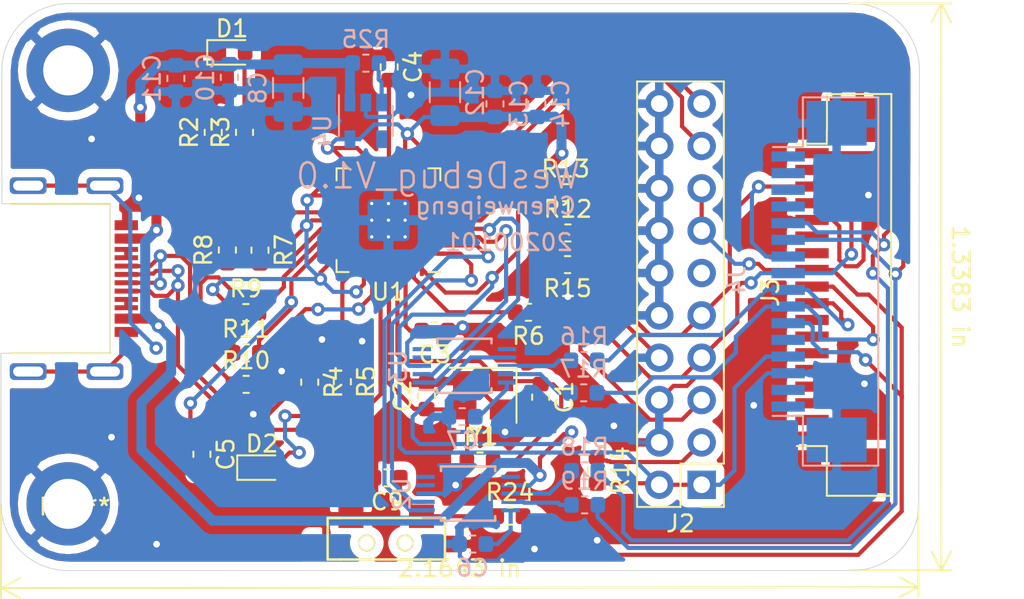
<source format=kicad_pcb>
(kicad_pcb (version 20171130) (host pcbnew "(5.1.4)-1")
  (layers (0 F.Cu signal) (31 B.Cu signal) (34 B.Paste user) (35 F.Paste user) (36 B.SilkS user) (37 F.SilkS user) (38 B.Mask user) (39 F.Mask user) (44 Edge.Cuts user))
  (net 0 "")
  (net 1 /CLK_IN)
  (net 2 GND)
  (net 3 /CLK_OUT)
  (net 4 "Net-(C3-Pad2)")
  (net 5 "Net-(C4-Pad2)")
  (net 6 /RST)
  (net 7 "Net-(C6-Pad2)")
  (net 8 "Net-(C7-Pad2)")
  (net 9 "Net-(J1-PadA6)")
  (net 10 +5V)
  (net 11 "Net-(J1-PadA5)")
  (net 12 "Net-(J1-PadB5)")
  (net 13 "Net-(J1-PadS1)")
  (net 14 "Net-(J1-PadA7)")
  (net 15 +3V3)
  (net 16 /JTRST)
  (net 17 /JTDI)
  (net 18 /JTMS)
  (net 19 /JTCK)
  (net 20 "Net-(J2-Pad11)")
  (net 21 "Net-(J3-Pad2)")
  (net 22 "Net-(J3-Pad12)")
  (net 23 "Net-(J3-Pad4)")
  (net 24 "Net-(J3-Pad5)")
  (net 25 "Net-(J3-Pad7)")
  (net 26 "Net-(J3-Pad3)")
  (net 27 "Net-(J3-Pad13)")
  (net 28 "Net-(J3-Pad8)")
  (net 29 "Net-(J3-Pad6)")
  (net 30 "Net-(J3-Pad1)")
  (net 31 "Net-(J4-Pad12)")
  (net 32 "Net-(J4-Pad15)")
  (net 33 "Net-(J4-Pad16)")
  (net 34 "Net-(J4-Pad1)")
  (net 35 "Net-(J4-Pad4)")
  (net 36 "Net-(J4-Pad3)")
  (net 37 "Net-(J4-Pad2)")
  (net 38 /REM1)
  (net 39 "Net-(D1-Pad2)")
  (net 40 /REM0)
  (net 41 "Net-(D2-Pad2)")
  (net 42 "Net-(R6-Pad2)")
  (net 43 /SEL0)
  (net 44 /SEL1)
  (net 45 "Net-(R12-Pad1)")
  (net 46 /TX2)
  (net 47 /RX2)
  (net 48 /TX1)
  (net 49 /RX1)
  (net 50 /USB1-)
  (net 51 /USB1+)
  (net 52 /USB2-)
  (net 53 /USB2+)
  (net 54 /USB3-)
  (net 55 /USB3+)
  (net 56 /USB4-)
  (net 57 /USB4+)
  (net 58 "Net-(U1-Pad11)")
  (net 59 "Net-(U1-Pad13)")
  (net 60 "Net-(U1-Pad17)")
  (net 61 "Net-(U1-Pad19)")
  (net 62 "Net-(U1-Pad21)")
  (net 63 "Net-(U2-Pad6)")
  (net 64 "Net-(U2-Pad5)")
  (net 65 "Net-(U2-Pad4)")
  (net 66 "Net-(U3-Pad4)")
  (net 67 "Net-(U3-Pad5)")
  (net 68 "Net-(U3-Pad6)")
  (net 69 "Net-(C9-Pad1)")
  (net 70 /KEY_RST)
  (net 71 "Net-(R25-Pad1)")
  (net 72 "Net-(U4-Pad4)")
  (net 73 "Net-(R16-Pad2)")
  (net 74 "Net-(R17-Pad2)")
  (net 75 "Net-(R18-Pad2)")
  (net 76 "Net-(R19-Pad2)")
  (module WDebug_KiCAD:hanpan (layer F.Cu) (at 97.93478 87.87638)
    (fp_text reference REF** hide)
    (fp_text value hanpan hide)
    (pad 1 thru_hole circle (at 0.06522 -3.87638) (size 5 5) (drill 3) (layers *.Cu *.Mask) (net 2 GND))
  )
  (module WDebug_KiCAD:hanpan (layer F.Cu) (at 98.49104 114.01806)
    (fp_text reference REF** (at -0.09652 -3.83794) (layer F.SilkS))
    (fp_text value hanpan hide)
    (pad 1 thru_hole circle (at -0.49104 -4.01806) (size 5 5) (drill 3) (layers *.Cu *.Mask) (net 2 GND))
  )
  (module matrix_control_main:USB-Type-C (layer F.Cu) (at 96.40316 96.48952 270)
    (fp_text reference J1 hide)
    (fp_text value USB_C_Receptacle_USB2.0 hide)
    (pad A6 smd rect (at -0.25 -5.08 270) (size 0.3 1.4) (layers F.Cu F.Paste F.Mask) (net 9 "Net-(J1-PadA6)"))
    (pad A4 smd rect (at -2.4 -5.08 270) (size 0.6 1.4) (layers F.Cu F.Paste F.Mask) (net 10 +5V))
    (pad A5 smd rect (at -1.75 -5.08 270) (size 0.3 1.4) (layers F.Cu F.Paste F.Mask) (net 11 "Net-(J1-PadA5)"))
    (pad B5 smd rect (at 1.25 -5.08 270) (size 0.3 1.4) (layers F.Cu F.Paste F.Mask) (net 12 "Net-(J1-PadB5)"))
    (pad S1 thru_hole roundrect (at -5.575 0.8 270) (size 1 2.2) (drill oval 0.6 1.8) (layers *.Cu *.Mask) (net 13 "Net-(J1-PadS1)"))
    (pad A7 smd rect (at -0.75 -5.08 270) (size 0.3 1.4) (layers F.Cu F.Paste F.Mask) (net 14 "Net-(J1-PadA7)"))
    (pad S1 thru_hole roundrect (at 5.575 -3.8 270) (size 1 2.2) (drill oval 0.6 1.8) (layers *.Cu *.Mask) (net 13 "Net-(J1-PadS1)"))
    (pad A1 smd rect (at -3.2 -5.08 270) (size 0.6 1.4) (layers F.Cu F.Paste F.Mask) (net 2 GND))
    (pad S1 thru_hole roundrect (at 5.575 0.8 270) (size 1 2.2) (drill oval 0.6 1.8) (layers *.Cu *.Mask) (net 13 "Net-(J1-PadS1)"))
    (pad A4 smd rect (at 2.4 -5.08 270) (size 0.6 1.4) (layers F.Cu F.Paste F.Mask) (net 10 +5V))
    (pad A6 smd rect (at 0.75 -5.08 270) (size 0.3 1.4) (layers F.Cu F.Paste F.Mask) (net 9 "Net-(J1-PadA6)"))
    (pad A5 smd rect (at -1.25 -5.08 270) (size 0.3 1.4) (layers F.Cu F.Paste F.Mask) (net 11 "Net-(J1-PadA5)"))
    (pad S1 thru_hole roundrect (at -5.575 -3.8 270) (size 1 2.2) (drill oval 0.6 1.8) (layers *.Cu *.Mask) (net 13 "Net-(J1-PadS1)"))
    (pad S1 smd rect (at 3.2 -5.08 270) (size 0.6 1.4) (layers F.Cu F.Paste F.Mask) (net 13 "Net-(J1-PadS1)"))
    (pad A7 smd rect (at 0.25 -5.08 270) (size 0.3 1.4) (layers F.Cu F.Paste F.Mask) (net 14 "Net-(J1-PadA7)"))
    (pad B5 smd rect (at 1.75 -5.08 270) (size 0.3 1.4) (layers F.Cu F.Paste F.Mask) (net 12 "Net-(J1-PadB5)"))
  )
  (module Connector_PinHeader_2.54mm:PinHeader_2x10_P2.54mm_Vertical (layer F.Cu) (at 135.96366 108.85678 180)
    (fp_text reference J2 (at 1.27 -2.33) (layer F.SilkS))
    (fp_text value HD2*10)
    (pad 1 thru_hole rect (at 0 0 180) (size 1.7 1.7) (drill 1) (layers *.Cu *.Mask) (net 15 +3V3))
    (pad 2 thru_hole oval (at 2.54 0 180) (size 1.7 1.7) (drill 1) (layers *.Cu *.Mask) (net 15 +3V3))
    (pad 3 thru_hole oval (at 0 2.54 180) (size 1.7 1.7) (drill 1) (layers *.Cu *.Mask) (net 16 /JTRST))
    (pad 4 thru_hole oval (at 2.54 2.54 180) (size 1.7 1.7) (drill 1) (layers *.Cu *.Mask) (net 2 GND))
    (pad 5 thru_hole oval (at 0 5.08 180) (size 1.7 1.7) (drill 1) (layers *.Cu *.Mask) (net 17 /JTDI))
    (pad 6 thru_hole oval (at 2.54 5.08 180) (size 1.7 1.7) (drill 1) (layers *.Cu *.Mask) (net 2 GND))
    (pad 7 thru_hole oval (at 0 7.62 180) (size 1.7 1.7) (drill 1) (layers *.Cu *.Mask) (net 18 /JTMS))
    (pad 8 thru_hole oval (at 2.54 7.62 180) (size 1.7 1.7) (drill 1) (layers *.Cu *.Mask) (net 2 GND))
    (pad 9 thru_hole oval (at 0 10.16 180) (size 1.7 1.7) (drill 1) (layers *.Cu *.Mask) (net 19 /JTCK))
    (pad 10 thru_hole oval (at 2.54 10.16 180) (size 1.7 1.7) (drill 1) (layers *.Cu *.Mask) (net 2 GND))
    (pad 11 thru_hole oval (at 0 12.7 180) (size 1.7 1.7) (drill 1) (layers *.Cu *.Mask) (net 20 "Net-(J2-Pad11)"))
    (pad 12 thru_hole oval (at 2.54 12.7 180) (size 1.7 1.7) (drill 1) (layers *.Cu *.Mask) (net 2 GND))
    (pad 13 thru_hole oval (at 0 15.24 180) (size 1.7 1.7) (drill 1) (layers *.Cu *.Mask) (net 70 /KEY_RST))
    (pad 14 thru_hole oval (at 2.54 15.24 180) (size 1.7 1.7) (drill 1) (layers *.Cu *.Mask) (net 2 GND))
    (pad 15 thru_hole oval (at 0 17.78 180) (size 1.7 1.7) (drill 1) (layers *.Cu *.Mask) (net 70 /KEY_RST))
    (pad 16 thru_hole oval (at 2.54 17.78 180) (size 1.7 1.7) (drill 1) (layers *.Cu *.Mask) (net 2 GND))
    (pad 17 thru_hole oval (at 0 20.32 180) (size 1.7 1.7) (drill 1) (layers *.Cu *.Mask) (net 54 /USB3-))
    (pad 18 thru_hole oval (at 2.54 20.32 180) (size 1.7 1.7) (drill 1) (layers *.Cu *.Mask) (net 2 GND))
    (pad 19 thru_hole oval (at 0 22.86 180) (size 1.7 1.7) (drill 1) (layers *.Cu *.Mask) (net 55 /USB3+))
    (pad 20 thru_hole oval (at 2.54 22.86 180) (size 1.7 1.7) (drill 1) (layers *.Cu *.Mask) (net 2 GND))
  )
  (module WDebug_KiCAD:1x18_P1.0mm (layer F.Cu) (at 148.84654 97.34804 90)
    (fp_text reference J3 (at 0.01778 -8.763 90) (layer F.SilkS))
    (fp_text value 20p)
    (pad 14 smd rect (at 4.37808 -6.2704 90) (size 0.61 2) (layers F.Cu F.Paste F.Mask) (net 2 GND))
    (pad 2 smd rect (at -7.62192 -6.2704 90) (size 0.61 2) (layers F.Cu F.Paste F.Mask) (net 21 "Net-(J3-Pad2)"))
    (pad 12 smd rect (at 2.37808 -6.2704 90) (size 0.61 2) (layers F.Cu F.Paste F.Mask) (net 22 "Net-(J3-Pad12)"))
    (pad 4 smd rect (at -5.62192 -6.2704 90) (size 0.61 2) (layers F.Cu F.Paste F.Mask) (net 23 "Net-(J3-Pad4)"))
    (pad 16 smd rect (at 6.37808 -6.2704 90) (size 0.61 2) (layers F.Cu F.Paste F.Mask) (net 19 /JTCK))
    (pad 5 smd rect (at -4.62192 -6.2704 90) (size 0.61 2) (layers F.Cu F.Paste F.Mask) (net 24 "Net-(J3-Pad5)"))
    (pad 19 smd rect (at -10.66546 -3.41122 90) (size 2.68 3.6) (layers F.Cu F.Paste F.Mask) (net 2 GND))
    (pad 11 smd rect (at 1.37808 -6.2704 90) (size 0.61 2) (layers F.Cu F.Paste F.Mask) (net 70 /KEY_RST))
    (pad 7 smd rect (at -2.62192 -6.2704 90) (size 0.61 2) (layers F.Cu F.Paste F.Mask) (net 25 "Net-(J3-Pad7)"))
    (pad 15 smd rect (at 5.37808 -6.2704 90) (size 0.61 2) (layers F.Cu F.Paste F.Mask) (net 18 /JTMS))
    (pad 20 smd rect (at 10.39114 -3.40868 90) (size 2.68 3.6) (layers F.Cu F.Paste F.Mask) (net 2 GND))
    (pad 9 smd rect (at -0.62192 -6.2704 90) (size 0.61 2) (layers F.Cu F.Paste F.Mask) (net 46 /TX2))
    (pad 3 smd rect (at -6.62192 -6.2704 90) (size 0.61 2) (layers F.Cu F.Paste F.Mask) (net 26 "Net-(J3-Pad3)"))
    (pad 10 smd rect (at 0.37808 -6.2704 90) (size 0.61 2) (layers F.Cu F.Paste F.Mask) (net 47 /RX2))
    (pad 13 smd rect (at 3.37808 -6.2704 90) (size 0.61 2) (layers F.Cu F.Paste F.Mask) (net 27 "Net-(J3-Pad13)"))
    (pad 8 smd rect (at -1.62192 -6.2704 90) (size 0.61 2) (layers F.Cu F.Paste F.Mask) (net 28 "Net-(J3-Pad8)"))
    (pad 17 smd rect (at 7.37808 -6.2704 90) (size 0.61 2) (layers F.Cu F.Paste F.Mask) (net 48 /TX1))
    (pad 6 smd rect (at -3.62192 -6.2704 90) (size 0.61 2) (layers F.Cu F.Paste F.Mask) (net 29 "Net-(J3-Pad6)"))
    (pad 1 smd rect (at -8.62192 -6.2704 90) (size 0.61 2) (layers F.Cu F.Paste F.Mask) (net 30 "Net-(J3-Pad1)"))
    (pad 18 smd rect (at 8.37808 -6.2704 90) (size 0.61 2) (layers F.Cu F.Paste F.Mask) (net 49 /RX1))
  )
  (module matrix_control_main:TSSOP-10_3x3mm_P0.5mm (layer B.Cu) (at 121.96572 109.38256)
    (fp_text reference U2 (at -3.96494 0.02794 -90) (layer B.SilkS) (effects (justify mirror)))
    (fp_text value CH340E hide)
    (pad 10 smd rect (at 2.55 1) (size 1.1 0.25) (layers B.Cu B.Paste B.Mask) (net 7 "Net-(C6-Pad2)"))
    (pad 9 smd rect (at 2.55 0.5) (size 1.1 0.25) (layers B.Cu B.Paste B.Mask) (net 76 "Net-(R19-Pad2)"))
    (pad 8 smd rect (at 2.55 0) (size 1.1 0.25) (layers B.Cu B.Paste B.Mask) (net 75 "Net-(R18-Pad2)"))
    (pad 7 smd rect (at 2.55 -0.5) (size 1.1 0.25) (layers B.Cu B.Paste B.Mask) (net 10 +5V))
    (pad 6 smd rect (at 2.55 -1) (size 1.1 0.25) (layers B.Cu B.Paste B.Mask) (net 63 "Net-(U2-Pad6)"))
    (pad 5 smd rect (at -2.55 -1) (size 1.1 0.25) (layers B.Cu B.Paste B.Mask) (net 64 "Net-(U2-Pad5)"))
    (pad 4 smd rect (at -2.55 -0.5) (size 1.1 0.25) (layers B.Cu B.Paste B.Mask) (net 65 "Net-(U2-Pad4)"))
    (pad 3 smd rect (at -2.55 0) (size 1.1 0.25) (layers B.Cu B.Paste B.Mask) (net 2 GND))
    (pad 2 smd rect (at -2.55 0.5) (size 1.1 0.25) (layers B.Cu B.Paste B.Mask) (net 50 /USB1-))
    (pad 1 smd rect (at -2.55 1) (size 1.1 0.25) (layers B.Cu B.Paste B.Mask) (net 51 /USB1+))
  )
  (module matrix_control_main:TSSOP-10_3x3mm_P0.5mm (layer B.Cu) (at 121.74474 101.72192)
    (fp_text reference U3 (at -3.96494 0.02794 -90) (layer B.SilkS) (effects (justify mirror)))
    (fp_text value CH340E hide)
    (pad 1 smd rect (at -2.55 1) (size 1.1 0.25) (layers B.Cu B.Paste B.Mask) (net 53 /USB2+))
    (pad 2 smd rect (at -2.55 0.5) (size 1.1 0.25) (layers B.Cu B.Paste B.Mask) (net 52 /USB2-))
    (pad 3 smd rect (at -2.55 0) (size 1.1 0.25) (layers B.Cu B.Paste B.Mask) (net 2 GND))
    (pad 4 smd rect (at -2.55 -0.5) (size 1.1 0.25) (layers B.Cu B.Paste B.Mask) (net 66 "Net-(U3-Pad4)"))
    (pad 5 smd rect (at -2.55 -1) (size 1.1 0.25) (layers B.Cu B.Paste B.Mask) (net 67 "Net-(U3-Pad5)"))
    (pad 6 smd rect (at 2.55 -1) (size 1.1 0.25) (layers B.Cu B.Paste B.Mask) (net 68 "Net-(U3-Pad6)"))
    (pad 7 smd rect (at 2.55 -0.5) (size 1.1 0.25) (layers B.Cu B.Paste B.Mask) (net 10 +5V))
    (pad 8 smd rect (at 2.55 0) (size 1.1 0.25) (layers B.Cu B.Paste B.Mask) (net 73 "Net-(R16-Pad2)"))
    (pad 9 smd rect (at 2.55 0.5) (size 1.1 0.25) (layers B.Cu B.Paste B.Mask) (net 74 "Net-(R17-Pad2)"))
    (pad 10 smd rect (at 2.55 1) (size 1.1 0.25) (layers B.Cu B.Paste B.Mask) (net 8 "Net-(C7-Pad2)"))
  )
  (module Crystal:Crystal_SMD_Abracon_ABM8G-4Pin_3.2x2.5mm (layer F.Cu) (at 122.86742 103.48976 180)
    (fp_text reference Y1 (at 0 -2.45) (layer F.SilkS))
    (fp_text value 24MHz)
    (pad 1 smd rect (at -1.1 0.85 180) (size 1.4 1.2) (layers F.Cu F.Paste F.Mask) (net 1 /CLK_IN))
    (pad 2 smd rect (at 1.1 0.85 180) (size 1.4 1.2) (layers F.Cu F.Paste F.Mask) (net 2 GND))
    (pad 3 smd rect (at 1.1 -0.85 180) (size 1.4 1.2) (layers F.Cu F.Paste F.Mask) (net 3 /CLK_OUT))
    (pad 4 smd rect (at -1.1 -0.85 180) (size 1.4 1.2) (layers F.Cu F.Paste F.Mask) (net 2 GND))
  )
  (module Package_TO_SOT_SMD:SOT-23-5 (layer B.Cu) (at 115.8367 87.03074 270)
    (fp_text reference U4 (at 0.62484 2.59334 90) (layer B.SilkS) (effects (justify mirror)))
    (fp_text value SPX3819M5-L)
    (pad 1 smd rect (at -1.1 0.95 270) (size 1.06 0.65) (layers B.Cu B.Paste B.Mask) (net 10 +5V))
    (pad 2 smd rect (at -1.1 0 270) (size 1.06 0.65) (layers B.Cu B.Paste B.Mask) (net 2 GND))
    (pad 3 smd rect (at -1.1 -0.95 270) (size 1.06 0.65) (layers B.Cu B.Paste B.Mask) (net 71 "Net-(R25-Pad1)"))
    (pad 4 smd rect (at 1.1 -0.95 270) (size 1.06 0.65) (layers B.Cu B.Paste B.Mask) (net 72 "Net-(U4-Pad4)"))
    (pad 5 smd rect (at 1.1 0.95 270) (size 1.06 0.65) (layers B.Cu B.Paste B.Mask) (net 15 +3V3))
  )
  (module matrix_control_main:SWITCH_PUSH (layer F.Cu) (at 117.05844 111.57712)
    (fp_text reference SW1 hide)
    (fp_text value sw hide)
    (pad 1 smd rect (at -2.11272 -0.8318) (size 1.5 1.4) (layers F.Cu F.Paste F.Mask) (net 2 GND))
    (pad 2 smd rect (at 2.11272 -0.8318) (size 1.5 1.4) (layers F.Cu F.Paste F.Mask) (net 69 "Net-(C9-Pad1)"))
    (pad 1 smd rect (at -3.5814 0.8318) (size 2 1) (layers F.Cu F.Paste F.Mask) (net 2 GND))
    (pad 1 smd rect (at 3.5814 0.8318) (size 2 1) (layers F.Cu F.Paste F.Mask) (net 2 GND))
    (pad 0 thru_hole circle (at -1.16271 0.7682) (size 1 1) (drill 0.8) (layers *.Cu *.Mask F.Paste F.SilkS))
    (pad 0 thru_hole circle (at 1.13731 0.7682) (size 1 1) (drill 0.8) (layers *.Cu *.Mask F.SilkS))
  )
  (module Package_DFN_QFN:QFN-36-1EP_6x6mm_P0.5mm_EP3.7x3.7mm_ThermalVias (layer F.Cu) (at 117.19306 92.98686 180)
    (fp_text reference U1 (at 0 -4.3) (layer F.SilkS))
    (fp_text value USB2514B_Bi)
    (pad 37 smd roundrect (at 0 0 180) (size 3.7 3.7) (layers F.Cu F.Mask) (roundrect_rratio 0.067568) (net 2 GND))
    (pad 37 thru_hole circle (at -1 -1 180) (size 0.5 0.5) (drill 0.2) (layers *.Cu) (net 2 GND))
    (pad 37 thru_hole circle (at 0 -1 180) (size 0.5 0.5) (drill 0.2) (layers *.Cu) (net 2 GND))
    (pad 37 thru_hole circle (at 1 -1 180) (size 0.5 0.5) (drill 0.2) (layers *.Cu) (net 2 GND))
    (pad 37 thru_hole circle (at -1 0 180) (size 0.5 0.5) (drill 0.2) (layers *.Cu) (net 2 GND))
    (pad 37 thru_hole circle (at 0 0 180) (size 0.5 0.5) (drill 0.2) (layers *.Cu) (net 2 GND))
    (pad 37 thru_hole circle (at 1 0 180) (size 0.5 0.5) (drill 0.2) (layers *.Cu) (net 2 GND))
    (pad 37 thru_hole circle (at -1 1 180) (size 0.5 0.5) (drill 0.2) (layers *.Cu) (net 2 GND))
    (pad 37 thru_hole circle (at 0 1 180) (size 0.5 0.5) (drill 0.2) (layers *.Cu) (net 2 GND))
    (pad 37 thru_hole circle (at 1 1 180) (size 0.5 0.5) (drill 0.2) (layers *.Cu) (net 2 GND))
    (pad 37 smd roundrect (at 0 0 180) (size 2.5 2.5) (layers B.Cu) (roundrect_rratio 0.1) (net 2 GND))
    (pad 1 smd roundrect (at -2.9375 -2 180) (size 0.825 0.25) (layers F.Cu F.Paste F.Mask) (net 50 /USB1-))
    (pad 2 smd roundrect (at -2.9375 -1.5 180) (size 0.825 0.25) (layers F.Cu F.Paste F.Mask) (net 51 /USB1+))
    (pad 3 smd roundrect (at -2.9375 -1 180) (size 0.825 0.25) (layers F.Cu F.Paste F.Mask) (net 52 /USB2-))
    (pad 4 smd roundrect (at -2.9375 -0.5 180) (size 0.825 0.25) (layers F.Cu F.Paste F.Mask) (net 53 /USB2+))
    (pad 5 smd roundrect (at -2.9375 0 180) (size 0.825 0.25) (layers F.Cu F.Paste F.Mask) (net 15 +3V3))
    (pad 6 smd roundrect (at -2.9375 0.5 180) (size 0.825 0.25) (layers F.Cu F.Paste F.Mask) (net 54 /USB3-))
    (pad 7 smd roundrect (at -2.9375 1 180) (size 0.825 0.25) (layers F.Cu F.Paste F.Mask) (net 55 /USB3+))
    (pad 8 smd roundrect (at -2.9375 1.5 180) (size 0.825 0.25) (layers F.Cu F.Paste F.Mask) (net 56 /USB4-))
    (pad 9 smd roundrect (at -2.9375 2 180) (size 0.825 0.25) (layers F.Cu F.Paste F.Mask) (net 57 /USB4+))
    (pad 10 smd roundrect (at -2 2.9375 180) (size 0.25 0.825) (layers F.Cu F.Paste F.Mask) (net 15 +3V3))
    (pad 11 smd roundrect (at -1.5 2.9375 180) (size 0.25 0.825) (layers F.Cu F.Paste F.Mask) (net 58 "Net-(U1-Pad11)"))
    (pad 12 smd roundrect (at -1 2.9375 180) (size 0.25 0.825) (layers F.Cu F.Paste F.Mask) (net 15 +3V3))
    (pad 13 smd roundrect (at -0.5 2.9375 180) (size 0.25 0.825) (layers F.Cu F.Paste F.Mask) (net 59 "Net-(U1-Pad13)"))
    (pad 14 smd roundrect (at 0 2.9375 180) (size 0.25 0.825) (layers F.Cu F.Paste F.Mask) (net 5 "Net-(C4-Pad2)"))
    (pad 15 smd roundrect (at 0.5 2.9375 180) (size 0.25 0.825) (layers F.Cu F.Paste F.Mask) (net 15 +3V3))
    (pad 16 smd roundrect (at 1 2.9375 180) (size 0.25 0.825) (layers F.Cu F.Paste F.Mask) (net 15 +3V3))
    (pad 17 smd roundrect (at 1.5 2.9375 180) (size 0.25 0.825) (layers F.Cu F.Paste F.Mask) (net 60 "Net-(U1-Pad17)"))
    (pad 18 smd roundrect (at 2 2.9375 180) (size 0.25 0.825) (layers F.Cu F.Paste F.Mask) (net 15 +3V3))
    (pad 19 smd roundrect (at 2.9375 2 180) (size 0.825 0.25) (layers F.Cu F.Paste F.Mask) (net 61 "Net-(U1-Pad19)"))
    (pad 20 smd roundrect (at 2.9375 1.5 180) (size 0.825 0.25) (layers F.Cu F.Paste F.Mask) (net 15 +3V3))
    (pad 21 smd roundrect (at 2.9375 1 180) (size 0.825 0.25) (layers F.Cu F.Paste F.Mask) (net 62 "Net-(U1-Pad21)"))
    (pad 22 smd roundrect (at 2.9375 0.5 180) (size 0.825 0.25) (layers F.Cu F.Paste F.Mask) (net 38 /REM1))
    (pad 23 smd roundrect (at 2.9375 0 180) (size 0.825 0.25) (layers F.Cu F.Paste F.Mask) (net 15 +3V3))
    (pad 24 smd roundrect (at 2.9375 -0.5 180) (size 0.825 0.25) (layers F.Cu F.Paste F.Mask) (net 43 /SEL0))
    (pad 25 smd roundrect (at 2.9375 -1 180) (size 0.825 0.25) (layers F.Cu F.Paste F.Mask) (net 44 /SEL1))
    (pad 26 smd roundrect (at 2.9375 -1.5 180) (size 0.825 0.25) (layers F.Cu F.Paste F.Mask) (net 6 /RST))
    (pad 27 smd roundrect (at 2.9375 -2 180) (size 0.825 0.25) (layers F.Cu F.Paste F.Mask) (net 15 +3V3))
    (pad 28 smd roundrect (at 2 -2.9375 180) (size 0.25 0.825) (layers F.Cu F.Paste F.Mask) (net 40 /REM0))
    (pad 29 smd roundrect (at 1.5 -2.9375 180) (size 0.25 0.825) (layers F.Cu F.Paste F.Mask) (net 15 +3V3))
    (pad 30 smd roundrect (at 1 -2.9375 180) (size 0.25 0.825) (layers F.Cu F.Paste F.Mask) (net 14 "Net-(J1-PadA7)"))
    (pad 31 smd roundrect (at 0.5 -2.9375 180) (size 0.25 0.825) (layers F.Cu F.Paste F.Mask) (net 9 "Net-(J1-PadA6)"))
    (pad 32 smd roundrect (at 0 -2.9375 180) (size 0.25 0.825) (layers F.Cu F.Paste F.Mask) (net 3 /CLK_OUT))
    (pad 33 smd roundrect (at -0.5 -2.9375 180) (size 0.25 0.825) (layers F.Cu F.Paste F.Mask) (net 1 /CLK_IN))
    (pad 34 smd roundrect (at -1 -2.9375 180) (size 0.25 0.825) (layers F.Cu F.Paste F.Mask) (net 4 "Net-(C3-Pad2)"))
    (pad 35 smd roundrect (at -1.5 -2.9375 180) (size 0.25 0.825) (layers F.Cu F.Paste F.Mask) (net 42 "Net-(R6-Pad2)"))
    (pad 36 smd roundrect (at -2 -2.9375 180) (size 0.25 0.825) (layers F.Cu F.Paste F.Mask) (net 15 +3V3))
  )
  (module WDebug_KiCAD:1x16_P1.0mm (layer B.Cu) (at 143.80886 96.68548 270)
    (fp_text reference J4 (at -0.09144 5.73786 270) (layer B.SilkS) (effects (justify mirror)))
    (fp_text value 18p)
    (pad 14 smd rect (at 5.47968 2.6636 270) (size 0.61 2) (layers B.Cu B.Paste B.Mask) (net 2 GND))
    (pad 12 smd rect (at 3.47968 2.6636 270) (size 0.61 2) (layers B.Cu B.Paste B.Mask) (net 31 "Net-(J4-Pad12)"))
    (pad 8 smd rect (at -0.52032 2.6636 270) (size 0.61 2) (layers B.Cu B.Paste B.Mask) (net 18 /JTMS))
    (pad 18 smd rect (at 9.4742 -0.2413 270) (size 2.68 3.6) (layers B.Cu B.Paste B.Mask) (net 2 GND))
    (pad 13 smd rect (at 4.47968 2.6636 270) (size 0.61 2) (layers B.Cu B.Paste B.Mask) (net 15 +3V3))
    (pad 11 smd rect (at 2.47968 2.6636 270) (size 0.61 2) (layers B.Cu B.Paste B.Mask) (net 70 /KEY_RST))
    (pad 15 smd rect (at 6.47968 2.6636 270) (size 0.61 2) (layers B.Cu B.Paste B.Mask) (net 32 "Net-(J4-Pad15)"))
    (pad 16 smd rect (at 7.47968 2.6636 270) (size 0.61 2) (layers B.Cu B.Paste B.Mask) (net 33 "Net-(J4-Pad16)"))
    (pad 9 smd rect (at 0.47968 2.6636 270) (size 0.61 2) (layers B.Cu B.Paste B.Mask) (net 46 /TX2))
    (pad 10 smd rect (at 1.47968 2.6636 270) (size 0.61 2) (layers B.Cu B.Paste B.Mask) (net 47 /RX2))
    (pad 7 smd rect (at -1.52032 2.6636 270) (size 0.61 2) (layers B.Cu B.Paste B.Mask) (net 19 /JTCK))
    (pad 17 smd rect (at -9.5123 -0.2413 270) (size 2.68 3.6) (layers B.Cu B.Paste B.Mask) (net 2 GND))
    (pad 1 smd rect (at -7.52032 2.6636 270) (size 0.61 2) (layers B.Cu B.Paste B.Mask) (net 34 "Net-(J4-Pad1)"))
    (pad 6 smd rect (at -2.52032 2.6636 270) (size 0.61 2) (layers B.Cu B.Paste B.Mask) (net 49 /RX1))
    (pad 5 smd rect (at -3.52032 2.6636 270) (size 0.61 2) (layers B.Cu B.Paste B.Mask) (net 48 /TX1))
    (pad 4 smd rect (at -4.52032 2.6636 270) (size 0.61 2) (layers B.Cu B.Paste B.Mask) (net 35 "Net-(J4-Pad4)"))
    (pad 3 smd rect (at -5.52032 2.6636 270) (size 0.61 2) (layers B.Cu B.Paste B.Mask) (net 36 "Net-(J4-Pad3)"))
    (pad 2 smd rect (at -6.52032 2.6636 270) (size 0.61 2) (layers B.Cu B.Paste B.Mask) (net 37 "Net-(J4-Pad2)"))
  )
  (module Capacitor_SMD:C_0603_1608Metric (layer F.Cu) (at 126.31674 103.60152 270)
    (fp_text reference C1 (at 0 -1.43 90) (layer F.SilkS))
    (fp_text value 22pF)
    (pad 1 smd roundrect (at -0.7875 0 270) (size 0.875 0.95) (layers F.Cu F.Paste F.Mask) (net 1 /CLK_IN))
    (pad 2 smd roundrect (at 0.7875 0 270) (size 0.875 0.95) (layers F.Cu F.Paste F.Mask) (net 2 GND))
  )
  (module Capacitor_SMD:C_0603_1608Metric (layer F.Cu) (at 119.47398 103.52786 90)
    (fp_text reference C2 (at 0 -1.43 90) (layer F.SilkS))
    (fp_text value 22pF)
    (pad 2 smd roundrect (at 0.7875 0 90) (size 0.875 0.95) (layers F.Cu F.Paste F.Mask) (net 2 GND))
    (pad 1 smd roundrect (at -0.7875 0 90) (size 0.875 0.95) (layers F.Cu F.Paste F.Mask) (net 3 /CLK_OUT))
  )
  (module Capacitor_SMD:C_0603_1608Metric (layer F.Cu) (at 119.97182 99.61372 180)
    (fp_text reference C3 (at 0 -1.43) (layer F.SilkS))
    (fp_text value 100nF)
    (pad 1 smd roundrect (at -0.7875 0 180) (size 0.875 0.95) (layers F.Cu F.Paste F.Mask) (net 2 GND))
    (pad 2 smd roundrect (at 0.7875 0 180) (size 0.875 0.95) (layers F.Cu F.Paste F.Mask) (net 4 "Net-(C3-Pad2)"))
  )
  (module Capacitor_SMD:C_0603_1608Metric (layer F.Cu) (at 117.23878 83.79714 270)
    (fp_text reference C4 (at 0 -1.43 90) (layer F.SilkS))
    (fp_text value 100nF)
    (pad 2 smd roundrect (at 0.7875 0 270) (size 0.875 0.95) (layers F.Cu F.Paste F.Mask) (net 5 "Net-(C4-Pad2)"))
    (pad 1 smd roundrect (at -0.7875 0 270) (size 0.875 0.95) (layers F.Cu F.Paste F.Mask) (net 2 GND))
  )
  (module Capacitor_SMD:C_0603_1608Metric (layer F.Cu) (at 106.01452 107.02544 270)
    (fp_text reference C5 (at 0 -1.43 90) (layer F.SilkS))
    (fp_text value 1uF)
    (pad 2 smd roundrect (at 0.7875 0 270) (size 0.875 0.95) (layers F.Cu F.Paste F.Mask) (net 2 GND))
    (pad 1 smd roundrect (at -0.7875 0 270) (size 0.875 0.95) (layers F.Cu F.Paste F.Mask) (net 6 /RST))
  )
  (module Capacitor_SMD:C_0603_1608Metric (layer B.Cu) (at 122.24258 112.41024)
    (fp_text reference C6 (at 0 1.43) (layer B.SilkS) (effects (justify mirror)))
    (fp_text value 0.1uF)
    (pad 1 smd roundrect (at -0.7875 0) (size 0.875 0.95) (layers B.Cu B.Paste B.Mask) (net 2 GND))
    (pad 2 smd roundrect (at 0.7875 0) (size 0.875 0.95) (layers B.Cu B.Paste B.Mask) (net 7 "Net-(C6-Pad2)"))
  )
  (module Capacitor_SMD:C_0603_1608Metric (layer B.Cu) (at 121.61012 104.775)
    (fp_text reference C7 (at 0 1.43) (layer B.SilkS) (effects (justify mirror)))
    (fp_text value 0.1uF)
    (pad 2 smd roundrect (at 0.7875 0) (size 0.875 0.95) (layers B.Cu B.Paste B.Mask) (net 8 "Net-(C7-Pad2)"))
    (pad 1 smd roundrect (at -0.7875 0) (size 0.875 0.95) (layers B.Cu B.Paste B.Mask) (net 2 GND))
  )
  (module Capacitor_SMD:C_1206_3216Metric (layer B.Cu) (at 111.1885 85.05698 270)
    (fp_text reference C8 (at 0 1.82 90) (layer B.SilkS) (effects (justify mirror)))
    (fp_text value 10uF)
    (pad 2 smd roundrect (at 1.4 0 270) (size 1.25 1.75) (layers B.Cu B.Paste B.Mask) (roundrect_rratio 0.2) (net 2 GND))
    (pad 1 smd roundrect (at -1.4 0 270) (size 1.25 1.75) (layers B.Cu B.Paste B.Mask) (roundrect_rratio 0.2) (net 10 +5V))
  )
  (module Capacitor_SMD:C_0603_1608Metric (layer F.Cu) (at 117.11686 108.43768 180)
    (fp_text reference C9 (at 0 -1.43) (layer F.SilkS))
    (fp_text value 100nF)
    (pad 1 smd roundrect (at -0.7875 0 180) (size 0.875 0.95) (layers F.Cu F.Paste F.Mask) (net 69 "Net-(C9-Pad1)"))
    (pad 2 smd roundrect (at 0.7875 0 180) (size 0.875 0.95) (layers F.Cu F.Paste F.Mask) (net 2 GND))
  )
  (module Capacitor_SMD:C_0603_1608Metric (layer B.Cu) (at 107.6579 84.41944 270)
    (fp_text reference C10 (at 0 1.43 90) (layer B.SilkS) (effects (justify mirror)))
    (fp_text value 100nF)
    (pad 2 smd roundrect (at 0.7875 0 270) (size 0.875 0.95) (layers B.Cu B.Paste B.Mask) (net 2 GND))
    (pad 1 smd roundrect (at -0.7875 0 270) (size 0.875 0.95) (layers B.Cu B.Paste B.Mask) (net 10 +5V))
  )
  (module Capacitor_SMD:C_0603_1608Metric (layer B.Cu) (at 104.45496 84.48294 270)
    (fp_text reference C11 (at 0 1.43 90) (layer B.SilkS) (effects (justify mirror)))
    (fp_text value 220pF)
    (pad 1 smd roundrect (at -0.7875 0 270) (size 0.875 0.95) (layers B.Cu B.Paste B.Mask) (net 10 +5V))
    (pad 2 smd roundrect (at 0.7875 0 270) (size 0.875 0.95) (layers B.Cu B.Paste B.Mask) (net 2 GND))
  )
  (module Capacitor_SMD:C_1206_3216Metric (layer B.Cu) (at 120.57888 85.31098 90)
    (fp_text reference C12 (at 0 1.82 90) (layer B.SilkS) (effects (justify mirror)))
    (fp_text value 10uF)
    (pad 1 smd roundrect (at -1.4 0 90) (size 1.25 1.75) (layers B.Cu B.Paste B.Mask) (roundrect_rratio 0.2) (net 15 +3V3))
    (pad 2 smd roundrect (at 1.4 0 90) (size 1.25 1.75) (layers B.Cu B.Paste B.Mask) (roundrect_rratio 0.2) (net 2 GND))
  )
  (module Capacitor_SMD:C_0603_1608Metric (layer B.Cu) (at 123.57608 86.00948 90)
    (fp_text reference C13 (at 0 1.43 90) (layer B.SilkS) (effects (justify mirror)))
    (fp_text value 100nF)
    (pad 2 smd roundrect (at 0.7875 0 90) (size 0.875 0.95) (layers B.Cu B.Paste B.Mask) (net 2 GND))
    (pad 1 smd roundrect (at -0.7875 0 90) (size 0.875 0.95) (layers B.Cu B.Paste B.Mask) (net 15 +3V3))
  )
  (module Capacitor_SMD:C_0603_1608Metric (layer B.Cu) (at 126.0856 86.00948 90)
    (fp_text reference C14 (at 0 1.43 90) (layer B.SilkS) (effects (justify mirror)))
    (fp_text value 100nF)
    (pad 1 smd roundrect (at -0.7875 0 90) (size 0.875 0.95) (layers B.Cu B.Paste B.Mask) (net 15 +3V3))
    (pad 2 smd roundrect (at 0.7875 0 90) (size 0.875 0.95) (layers B.Cu B.Paste B.Mask) (net 2 GND))
  )
  (module Resistor_SMD:R_0603_1608Metric (layer F.Cu) (at 122.67946 107.4293)
    (fp_text reference R1 (at 0 -1.43) (layer F.SilkS))
    (fp_text value 1M)
    (pad 1 smd roundrect (at -0.7875 0) (size 0.875 0.95) (layers F.Cu F.Paste F.Mask) (net 3 /CLK_OUT))
    (pad 2 smd roundrect (at 0.7875 0) (size 0.875 0.95) (layers F.Cu F.Paste F.Mask) (net 1 /CLK_IN))
  )
  (module Resistor_SMD:R_0603_1608Metric (layer F.Cu) (at 106.6927 87.72144 90)
    (fp_text reference R2 (at 0 -1.43 90) (layer F.SilkS))
    (fp_text value 1K)
    (pad 2 smd roundrect (at 0.7875 0 90) (size 0.875 0.95) (layers F.Cu F.Paste F.Mask) (net 2 GND))
    (pad 1 smd roundrect (at -0.7875 0 90) (size 0.875 0.95) (layers F.Cu F.Paste F.Mask) (net 38 /REM1))
  )
  (module Resistor_SMD:R_0603_1608Metric (layer F.Cu) (at 108.56976 87.7189 90)
    (fp_text reference R3 (at 0 -1.43 90) (layer F.SilkS))
    (fp_text value 100R)
    (pad 2 smd roundrect (at 0.7875 0 90) (size 0.875 0.95) (layers F.Cu F.Paste F.Mask) (net 39 "Net-(D1-Pad2)"))
    (pad 1 smd roundrect (at -0.7875 0 90) (size 0.875 0.95) (layers F.Cu F.Paste F.Mask) (net 38 /REM1))
  )
  (module Resistor_SMD:R_0603_1608Metric (layer F.Cu) (at 112.47628 102.70236 270)
    (fp_text reference R4 (at 0 -1.43 90) (layer F.SilkS))
    (fp_text value 1K)
    (pad 1 smd roundrect (at -0.7875 0 270) (size 0.875 0.95) (layers F.Cu F.Paste F.Mask) (net 40 /REM0))
    (pad 2 smd roundrect (at 0.7875 0 270) (size 0.875 0.95) (layers F.Cu F.Paste F.Mask) (net 2 GND))
  )
  (module Resistor_SMD:R_0603_1608Metric (layer F.Cu) (at 114.43208 102.67696 270)
    (fp_text reference R5 (at 0 -1.43 90) (layer F.SilkS))
    (fp_text value 100R)
    (pad 1 smd roundrect (at -0.7875 0 270) (size 0.875 0.95) (layers F.Cu F.Paste F.Mask) (net 40 /REM0))
    (pad 2 smd roundrect (at 0.7875 0 270) (size 0.875 0.95) (layers F.Cu F.Paste F.Mask) (net 41 "Net-(D2-Pad2)"))
  )
  (module Resistor_SMD:R_0603_1608Metric (layer F.Cu) (at 125.58484 98.50882 180)
    (fp_text reference R6 (at 0 -1.43) (layer F.SilkS))
    (fp_text value 12k)
    (pad 1 smd roundrect (at -0.7875 0 180) (size 0.875 0.95) (layers F.Cu F.Paste F.Mask) (net 2 GND))
    (pad 2 smd roundrect (at 0.7875 0 180) (size 0.875 0.95) (layers F.Cu F.Paste F.Mask) (net 42 "Net-(R6-Pad2)"))
  )
  (module Resistor_SMD:R_0603_1608Metric (layer F.Cu) (at 109.49432 94.78772 270)
    (fp_text reference R7 (at 0 -1.43 90) (layer F.SilkS))
    (fp_text value NC)
    (pad 2 smd roundrect (at 0.7875 0 270) (size 0.875 0.95) (layers F.Cu F.Paste F.Mask) (net 43 /SEL0))
    (pad 1 smd roundrect (at -0.7875 0 270) (size 0.875 0.95) (layers F.Cu F.Paste F.Mask) (net 15 +3V3))
  )
  (module Resistor_SMD:R_0603_1608Metric (layer F.Cu) (at 107.54106 94.77756 90)
    (fp_text reference R8 (at 0 -1.43 90) (layer F.SilkS))
    (fp_text value 10K)
    (pad 2 smd roundrect (at 0.7875 0 90) (size 0.875 0.95) (layers F.Cu F.Paste F.Mask) (net 2 GND))
    (pad 1 smd roundrect (at -0.7875 0 90) (size 0.875 0.95) (layers F.Cu F.Paste F.Mask) (net 43 /SEL0))
  )
  (module Resistor_SMD:R_0603_1608Metric (layer F.Cu) (at 108.65104 98.5266)
    (fp_text reference R9 (at 0 -1.43) (layer F.SilkS))
    (fp_text value 10K)
    (pad 1 smd roundrect (at -0.7875 0) (size 0.875 0.95) (layers F.Cu F.Paste F.Mask) (net 15 +3V3))
    (pad 2 smd roundrect (at 0.7875 0) (size 0.875 0.95) (layers F.Cu F.Paste F.Mask) (net 44 /SEL1))
  )
  (module Resistor_SMD:R_0603_1608Metric (layer F.Cu) (at 108.66374 102.83444)
    (fp_text reference R10 (at 0 -1.43) (layer F.SilkS))
    (fp_text value NC)
    (pad 1 smd roundrect (at -0.7875 0) (size 0.875 0.95) (layers F.Cu F.Paste F.Mask) (net 44 /SEL1))
    (pad 2 smd roundrect (at 0.7875 0) (size 0.875 0.95) (layers F.Cu F.Paste F.Mask) (net 2 GND))
  )
  (module Resistor_SMD:R_0603_1608Metric (layer F.Cu) (at 108.67136 100.94468)
    (fp_text reference R11 (at 0 -1.43) (layer F.SilkS))
    (fp_text value 10K)
    (pad 2 smd roundrect (at 0.7875 0) (size 0.875 0.95) (layers F.Cu F.Paste F.Mask) (net 6 /RST))
    (pad 1 smd roundrect (at -0.7875 0) (size 0.875 0.95) (layers F.Cu F.Paste F.Mask) (net 15 +3V3))
  )
  (module Resistor_SMD:R_0603_1608Metric (layer F.Cu) (at 127.94742 93.7514)
    (fp_text reference R12 (at 0 -1.43) (layer F.SilkS))
    (fp_text value 10K)
    (pad 1 smd roundrect (at -0.7875 0) (size 0.875 0.95) (layers F.Cu F.Paste F.Mask) (net 45 "Net-(R12-Pad1)"))
    (pad 2 smd roundrect (at 0.7875 0) (size 0.875 0.95) (layers F.Cu F.Paste F.Mask) (net 18 /JTMS))
  )
  (module Resistor_SMD:R_0603_1608Metric (layer F.Cu) (at 127.81026 91.33586)
    (fp_text reference R13 (at 0 -1.43) (layer F.SilkS))
    (fp_text value 10K)
    (pad 2 smd roundrect (at 0.7875 0) (size 0.875 0.95) (layers F.Cu F.Paste F.Mask) (net 19 /JTCK))
    (pad 1 smd roundrect (at -0.7875 0) (size 0.875 0.95) (layers F.Cu F.Paste F.Mask) (net 15 +3V3))
  )
  (module Resistor_SMD:R_0603_1608Metric (layer F.Cu) (at 129.66954 107.99572 270)
    (fp_text reference R14 (at 0 -1.43 90) (layer F.SilkS))
    (fp_text value 10K)
    (pad 1 smd roundrect (at -0.7875 0 270) (size 0.875 0.95) (layers F.Cu F.Paste F.Mask) (net 16 /JTRST))
    (pad 2 smd roundrect (at 0.7875 0 270) (size 0.875 0.95) (layers F.Cu F.Paste F.Mask) (net 15 +3V3))
  )
  (module Resistor_SMD:R_0603_1608Metric (layer F.Cu) (at 127.92964 95.65132 180)
    (fp_text reference R15 (at 0 -1.43) (layer F.SilkS))
    (fp_text value 10K)
    (pad 2 smd roundrect (at 0.7875 0 180) (size 0.875 0.95) (layers F.Cu F.Paste F.Mask) (net 45 "Net-(R12-Pad1)"))
    (pad 1 smd roundrect (at -0.7875 0 180) (size 0.875 0.95) (layers F.Cu F.Paste F.Mask) (net 17 /JTDI))
  )
  (module Resistor_SMD:R_0603_1608Metric (layer B.Cu) (at 128.91516 101.39426 180)
    (fp_text reference R16 (at 0 1.43) (layer B.SilkS) (effects (justify mirror)))
    (fp_text value 820R)
    (pad 1 smd roundrect (at -0.7875 0 180) (size 0.875 0.95) (layers B.Cu B.Paste B.Mask) (net 46 /TX2))
    (pad 2 smd roundrect (at 0.7875 0 180) (size 0.875 0.95) (layers B.Cu B.Paste B.Mask) (net 73 "Net-(R16-Pad2)"))
  )
  (module Resistor_SMD:R_0603_1608Metric (layer B.Cu) (at 128.89484 103.3399 180)
    (fp_text reference R17 (at 0 1.43) (layer B.SilkS) (effects (justify mirror)))
    (fp_text value 22R)
    (pad 2 smd roundrect (at 0.7875 0 180) (size 0.875 0.95) (layers B.Cu B.Paste B.Mask) (net 74 "Net-(R17-Pad2)"))
    (pad 1 smd roundrect (at -0.7875 0 180) (size 0.875 0.95) (layers B.Cu B.Paste B.Mask) (net 47 /RX2))
  )
  (module Resistor_SMD:R_0603_1608Metric (layer B.Cu) (at 128.95326 108.01604 180)
    (fp_text reference R18 (at 0 1.43) (layer B.SilkS) (effects (justify mirror)))
    (fp_text value 820R)
    (pad 1 smd roundrect (at -0.7875 0 180) (size 0.875 0.95) (layers B.Cu B.Paste B.Mask) (net 48 /TX1))
    (pad 2 smd roundrect (at 0.7875 0 180) (size 0.875 0.95) (layers B.Cu B.Paste B.Mask) (net 75 "Net-(R18-Pad2)"))
  )
  (module Resistor_SMD:R_0603_1608Metric (layer B.Cu) (at 128.95326 110.06074 180)
    (fp_text reference R19 (at 0 1.43) (layer B.SilkS) (effects (justify mirror)))
    (fp_text value 22R)
    (pad 2 smd roundrect (at 0.7875 0 180) (size 0.875 0.95) (layers B.Cu B.Paste B.Mask) (net 76 "Net-(R19-Pad2)"))
    (pad 1 smd roundrect (at -0.7875 0 180) (size 0.875 0.95) (layers B.Cu B.Paste B.Mask) (net 49 /RX1))
  )
  (module Resistor_SMD:R_0603_1608Metric (layer F.Cu) (at 124.47016 110.73892)
    (fp_text reference R24 (at 0 -1.43) (layer F.SilkS))
    (fp_text value 110R)
    (pad 1 smd roundrect (at -0.7875 0) (size 0.875 0.95) (layers F.Cu F.Paste F.Mask) (net 69 "Net-(C9-Pad1)"))
    (pad 2 smd roundrect (at 0.7875 0) (size 0.875 0.95) (layers F.Cu F.Paste F.Mask) (net 70 /KEY_RST))
  )
  (module Resistor_SMD:R_0603_1608Metric (layer B.Cu) (at 115.83924 83.56854 180)
    (fp_text reference R25 (at 0 1.43) (layer B.SilkS) (effects (justify mirror)))
    (fp_text value 10K)
    (pad 2 smd roundrect (at 0.7875 0 180) (size 0.875 0.95) (layers B.Cu B.Paste B.Mask) (net 10 +5V))
    (pad 1 smd roundrect (at -0.7875 0 180) (size 0.875 0.95) (layers B.Cu B.Paste B.Mask) (net 71 "Net-(R25-Pad1)"))
  )
  (module LED_SMD:LED_0603_1608Metric (layer F.Cu) (at 107.81792 82.92338)
    (fp_text reference D1 (at 0 -1.43) (layer F.SilkS))
    (fp_text value GRN)
    (pad 1 smd roundrect (at -0.7875 0) (size 0.875 0.95) (layers F.Cu F.Paste F.Mask) (net 2 GND))
    (pad 2 smd roundrect (at 0.7875 0) (size 0.875 0.95) (layers F.Cu F.Paste F.Mask) (net 39 "Net-(D1-Pad2)"))
  )
  (module LED_SMD:LED_0603_1608Metric (layer F.Cu) (at 109.615661 107.826481)
    (fp_text reference D2 (at 0 -1.43) (layer F.SilkS))
    (fp_text value RED)
    (pad 2 smd roundrect (at 0.7875 0) (size 0.875 0.95) (layers F.Cu F.Paste F.Mask) (net 41 "Net-(D2-Pad2)"))
    (pad 1 smd roundrect (at -0.7875 0) (size 0.875 0.95) (layers F.Cu F.Paste F.Mask) (net 2 GND))
  )
  (gr_text 20200101 (at 124.4092 94.31528) (layer B.SilkS) (effects (font (size 1 1)) (justify mirror)))
  (gr_text Chenweipeng (at 123.61672 92.12072) (layer B.SilkS) (effects (font (size 1 1)) (justify mirror)))
  (gr_text WesDebug_V1.0 (at 120.1674 90.33002) (layer B.SilkS) (effects (font (size 1.5 1.5)) (justify mirror)))
  (dimension 33.99282 (width 0.12) (layer F.SilkS) (gr_text "33.993 mm" (at 151.594847 96.985082 -89.99143753) (layer F.SilkS) (effects (font (size 1 1) (thickness 0.15)))) (feature1 (pts (xy 144.84604 79.98968) (xy 150.908728 79.988774))) (feature2 (pts (xy 144.85112 113.9825) (xy 150.913808 113.981594))) (crossbar (pts (xy 150.327387 113.981682) (xy 150.322307 79.988862))) (arrow1a (pts (xy 150.322307 79.988862) (xy 150.908896 81.115278))) (arrow1b (pts (xy 150.322307 79.988862) (xy 149.736055 81.115453))) (arrow2a (pts (xy 150.327387 113.981682) (xy 150.913639 112.855091))) (arrow2b (pts (xy 150.327387 113.981682) (xy 149.740798 112.855266))))
  (dimension 54.973248 (width 0.12) (layer F.SilkS) (gr_text "54.973 mm" (at 121.467921 116.296732 0.05824084994) (layer F.SilkS) (effects (font (size 1 1) (thickness 0.15)))) (feature1 (pts (xy 148.94814 109.982) (xy 148.953836 115.585214))) (feature2 (pts (xy 93.97492 110.03788) (xy 93.980616 115.641094))) (crossbar (pts (xy 93.98002 115.054673) (xy 148.95324 114.998793))) (arrow1a (pts (xy 148.95324 114.998793) (xy 147.827333 115.586359))) (arrow1b (pts (xy 148.95324 114.998793) (xy 147.826141 114.413518))) (arrow2a (pts (xy 93.98002 115.054673) (xy 95.107119 115.639948))) (arrow2b (pts (xy 93.98002 115.054673) (xy 95.105927 114.467107))))
  (gr_line (start 148.97372 109.98962) (end 149.01164 83.97494) (layer Edge.Cuts) (width 0.05))
  (gr_arc (start 144.985751 110.012267) (end 144.99844 114.00028) (angle -90.14306516) (layer Edge.Cuts) (width 0.05))
  (gr_arc (start 145.023627 83.987809) (end 149.01164 83.97512) (angle -90.14306516) (layer Edge.Cuts) (width 0.05))
  (gr_line (start 94.027208 91.99896) (end 94.024668 83.99796) (layer Edge.Cuts) (width 0.05))
  (gr_line (start 100.52304 100.97008) (end 93.974314 100.97008) (layer Edge.Cuts) (width 0.05))
  (gr_line (start 100.52304 92.00134) (end 100.52304 100.97008) (layer Edge.Cuts) (width 0.05))
  (gr_line (start 94.027208 92.00134) (end 100.52304 92.00134) (layer Edge.Cuts) (width 0.05))
  (gr_arc (start 97.982433 109.991891) (end 93.974314 110.00713) (angle -90.03328469) (layer Edge.Cuts) (width 0.05))
  (gr_arc (start 98.012689 83.988013) (end 98 80) (angle -89.96060758) (layer Edge.Cuts) (width 0.05))
  (gr_line (start 145 80) (end 98 80) (layer Edge.Cuts) (width 0.05))
  (gr_line (start 98 114) (end 145 114) (layer Edge.Cuts) (width 0.05))
  (gr_line (start 93.974314 100.97008) (end 93.974314 110.00713) (layer Edge.Cuts) (width 0.05))
  (segment (start 126.12498 102.63976) (end 126.31674 102.83152) (width 0.25) (layer F.Cu) (net 1))
  (segment (start 123.96742 102.63976) (end 126.12498 102.63976) (width 0.25) (layer F.Cu) (net 1))
  (segment (start 117.73154 101.03655) (end 117.73154 95.89008) (width 0.25) (layer F.Cu) (net 1))
  (segment (start 123.96742 102.63976) (end 123.86742 102.63976) (width 0.25) (layer F.Cu) (net 1))
  (segment (start 123.86742 102.63976) (end 122.66256 101.4349) (width 0.25) (layer F.Cu) (net 1))
  (segment (start 118.12989 101.4349) (end 117.73154 101.03655) (width 0.25) (layer F.Cu) (net 1))
  (segment (start 122.66256 101.4349) (end 118.12989 101.4349) (width 0.25) (layer F.Cu) (net 1))
  (segment (start 127.05674 102.83152) (end 127.54864 103.32342) (width 0.25) (layer F.Cu) (net 1))
  (segment (start 126.31674 102.83152) (end 127.05674 102.83152) (width 0.25) (layer F.Cu) (net 1))
  (segment (start 124.16446 107.4293) (end 123.44946 107.4293) (width 0.25) (layer F.Cu) (net 1))
  (segment (start 124.798962 107.4293) (end 124.16446 107.4293) (width 0.25) (layer F.Cu) (net 1))
  (segment (start 127.54864 104.679622) (end 124.798962 107.4293) (width 0.25) (layer F.Cu) (net 1))
  (segment (start 127.54864 103.32342) (end 127.54864 104.679622) (width 0.25) (layer F.Cu) (net 1))
  (via (at 100.5967 106.00182) (size 0.8) (drill 0.4) (layers F.Cu B.Cu) (net 2))
  (via (at 103.29672 112.4204) (size 0.8) (drill 0.4) (layers F.Cu B.Cu) (net 2))
  (segment (start 123.99918 104.37152) (end 123.96742 104.33976) (width 0.25) (layer F.Cu) (net 2))
  (segment (start 126.31674 104.37152) (end 123.99918 104.37152) (width 0.25) (layer F.Cu) (net 2))
  (segment (start 121.64932 102.75786) (end 121.76742 102.63976) (width 0.25) (layer F.Cu) (net 2))
  (segment (start 119.47398 102.75786) (end 121.64932 102.75786) (width 0.25) (layer F.Cu) (net 2))
  (via (at 110.7948 102.03942) (size 0.8) (drill 0.4) (layers F.Cu B.Cu) (net 2))
  (segment (start 109.99978 102.83444) (end 110.7948 102.03942) (width 0.25) (layer F.Cu) (net 2))
  (segment (start 109.43374 102.83444) (end 109.99978 102.83444) (width 0.25) (layer F.Cu) (net 2))
  (via (at 118.54688 85.47608) (size 0.8) (drill 0.4) (layers F.Cu B.Cu) (net 2))
  (segment (start 118.146881 85.876079) (end 118.54688 85.47608) (width 0.25) (layer B.Cu) (net 2))
  (segment (start 118.146881 86.010561) (end 118.146881 85.876079) (width 0.25) (layer B.Cu) (net 2))
  (segment (start 117.366071 86.791371) (end 118.146881 86.010561) (width 0.25) (layer B.Cu) (net 2))
  (segment (start 115.917331 86.791371) (end 117.366071 86.791371) (width 0.25) (layer B.Cu) (net 2))
  (segment (start 115.8367 86.71074) (end 115.917331 86.791371) (width 0.25) (layer B.Cu) (net 2))
  (segment (start 115.8367 85.93074) (end 115.8367 86.71074) (width 0.25) (layer B.Cu) (net 2))
  (via (at 145.7198 102.79888) (size 0.8) (drill 0.4) (layers F.Cu B.Cu) (net 2))
  (via (at 109.09554 104.6226) (size 0.8) (drill 0.4) (layers F.Cu B.Cu) (net 2))
  (segment (start 110.01389 104.6226) (end 109.09554 104.6226) (width 0.25) (layer F.Cu) (net 2))
  (segment (start 112.47628 103.47236) (end 111.16413 103.47236) (width 0.25) (layer F.Cu) (net 2))
  (segment (start 111.16413 103.47236) (end 110.01389 104.6226) (width 0.25) (layer F.Cu) (net 2))
  (via (at 102.24008 91.64574) (size 0.8) (drill 0.4) (layers F.Cu B.Cu) (net 2))
  (segment (start 117.19306 92.98686) (end 117.19306 91.186) (width 0.6) (layer B.Cu) (net 2))
  (segment (start 117.19306 92.98686) (end 119.14306 92.98686) (width 0.6) (layer B.Cu) (net 2))
  (segment (start 119.19132 93.03512) (end 119.14306 92.98686) (width 0.6) (layer B.Cu) (net 2))
  (segment (start 117.19306 92.98686) (end 117.19306 95.04172) (width 0.6) (layer B.Cu) (net 2))
  (segment (start 117.19306 92.98686) (end 115.35918 92.98686) (width 0.6) (layer B.Cu) (net 2))
  (via (at 124.1806 105.6894) (size 0.8) (drill 0.4) (layers F.Cu B.Cu) (net 2))
  (via (at 121.63806 99.40036) (size 0.8) (drill 0.4) (layers F.Cu B.Cu) (net 2))
  (segment (start 119.256298 99.40036) (end 121.63806 99.40036) (width 0.25) (layer B.Cu) (net 2))
  (segment (start 118.319739 100.336919) (end 119.256298 99.40036) (width 0.25) (layer B.Cu) (net 2))
  (segment (start 118.319739 101.606921) (end 118.319739 100.336919) (width 0.25) (layer B.Cu) (net 2))
  (segment (start 119.19474 101.72192) (end 118.434738 101.72192) (width 0.25) (layer B.Cu) (net 2))
  (segment (start 118.434738 101.72192) (end 118.319739 101.606921) (width 0.25) (layer B.Cu) (net 2))
  (segment (start 123.614915 105.6894) (end 124.1806 105.6894) (width 0.25) (layer B.Cu) (net 2))
  (segment (start 121.01452 105.6894) (end 123.614915 105.6894) (width 0.25) (layer B.Cu) (net 2))
  (segment (start 120.84012 105.515) (end 121.01452 105.6894) (width 0.25) (layer B.Cu) (net 2))
  (segment (start 120.84012 104.775) (end 120.84012 105.515) (width 0.25) (layer B.Cu) (net 2))
  (via (at 121.21896 108.87456) (size 0.8) (drill 0.4) (layers F.Cu B.Cu) (net 2))
  (segment (start 120.71096 109.38256) (end 121.21896 108.87456) (width 0.25) (layer B.Cu) (net 2))
  (segment (start 119.41572 109.38256) (end 120.71096 109.38256) (width 0.25) (layer B.Cu) (net 2))
  (segment (start 123.86742 104.33976) (end 123.96742 104.33976) (width 0.25) (layer F.Cu) (net 2))
  (segment (start 122.16742 102.63976) (end 123.86742 104.33976) (width 0.25) (layer F.Cu) (net 2))
  (segment (start 121.76742 102.63976) (end 122.16742 102.63976) (width 0.25) (layer F.Cu) (net 2))
  (segment (start 141.07246 102.16478) (end 142.32246 102.16478) (width 0.25) (layer B.Cu) (net 2))
  (segment (start 130.65295 98.46607) (end 130.65295 94.08203) (width 0.25) (layer F.Cu) (net 2))
  (segment (start 133.42366 101.23678) (end 130.65295 98.46607) (width 0.25) (layer F.Cu) (net 2))
  (segment (start 130.65295 94.08203) (end 129.26568 92.69476) (width 0.25) (layer F.Cu) (net 2))
  (segment (start 126.694058 92.69476) (end 125.71222 93.676598) (width 0.25) (layer F.Cu) (net 2))
  (segment (start 129.26568 92.69476) (end 126.694058 92.69476) (width 0.25) (layer F.Cu) (net 2))
  (segment (start 125.71222 93.676598) (end 125.71222 96.61906) (width 0.25) (layer F.Cu) (net 2))
  (segment (start 126.35484 97.26168) (end 126.35484 98.50882) (width 0.25) (layer F.Cu) (net 2))
  (segment (start 125.71222 96.61906) (end 126.35484 97.26168) (width 0.25) (layer F.Cu) (net 2))
  (segment (start 145.08608 102.16516) (end 145.7198 102.79888) (width 0.25) (layer B.Cu) (net 2))
  (segment (start 141.14526 102.16516) (end 145.08608 102.16516) (width 0.25) (layer B.Cu) (net 2))
  (segment (start 133.42366 97.494699) (end 133.42366 96.15678) (width 0.25) (layer B.Cu) (net 2))
  (segment (start 133.42366 98.69678) (end 133.42366 97.494699) (width 0.25) (layer B.Cu) (net 2))
  (via (at 127.94488 97.57664) (size 0.8) (drill 0.4) (layers F.Cu B.Cu) (net 2))
  (segment (start 133.42366 105.114699) (end 133.42366 103.77678) (width 0.25) (layer B.Cu) (net 2))
  (segment (start 133.42366 106.31678) (end 133.42366 105.114699) (width 0.25) (layer B.Cu) (net 2))
  (via (at 130.70078 105.3211) (size 0.8) (drill 0.4) (layers F.Cu B.Cu) (net 2))
  (segment (start 133.42366 106.31678) (end 131.69646 106.31678) (width 0.25) (layer B.Cu) (net 2))
  (segment (start 131.69646 106.31678) (end 130.70078 105.3211) (width 0.25) (layer B.Cu) (net 2))
  (via (at 113.21034 100.14458) (size 0.8) (drill 0.4) (layers F.Cu B.Cu) (net 2))
  (via (at 115.61572 100.24364) (size 0.8) (drill 0.4) (layers F.Cu B.Cu) (net 2))
  (via (at 145.95856 91.48064) (size 0.8) (drill 0.4) (layers F.Cu B.Cu) (net 2))
  (segment (start 145.665021 91.774179) (end 145.95856 91.48064) (width 0.25) (layer F.Cu) (net 2))
  (segment (start 145.665021 95.374481) (end 145.665021 91.774179) (width 0.25) (layer F.Cu) (net 2))
  (segment (start 142.57614 92.96996) (end 143.82614 92.96996) (width 0.25) (layer F.Cu) (net 2))
  (segment (start 144.215019 93.358839) (end 144.215019 95.374481) (width 0.25) (layer F.Cu) (net 2))
  (segment (start 143.82614 92.96996) (end 144.215019 93.358839) (width 0.25) (layer F.Cu) (net 2))
  (segment (start 144.215019 95.374481) (end 144.592019 95.751481) (width 0.25) (layer F.Cu) (net 2))
  (segment (start 144.592019 95.751481) (end 145.288021 95.751481) (width 0.25) (layer F.Cu) (net 2))
  (segment (start 145.288021 95.751481) (end 145.665021 95.374481) (width 0.25) (layer F.Cu) (net 2))
  (segment (start 124.746285 105.6894) (end 124.1806 105.6894) (width 0.25) (layer F.Cu) (net 2))
  (segment (start 125.71386 105.6894) (end 124.746285 105.6894) (width 0.25) (layer F.Cu) (net 2))
  (segment (start 126.31674 105.08652) (end 125.71386 105.6894) (width 0.25) (layer F.Cu) (net 2))
  (segment (start 126.31674 104.37152) (end 126.31674 105.08652) (width 0.25) (layer F.Cu) (net 2))
  (segment (start 130.300781 104.921101) (end 130.70078 105.3211) (width 0.6) (layer B.Cu) (net 2))
  (segment (start 129.894759 104.515079) (end 130.300781 104.921101) (width 0.6) (layer B.Cu) (net 2))
  (segment (start 127.904039 104.515079) (end 129.894759 104.515079) (width 0.6) (layer B.Cu) (net 2))
  (segment (start 126.729718 105.6894) (end 127.904039 104.515079) (width 0.6) (layer B.Cu) (net 2))
  (segment (start 124.1806 105.6894) (end 126.729718 105.6894) (width 0.6) (layer B.Cu) (net 2))
  (via (at 125.9459 112.70742) (size 0.8) (drill 0.4) (layers F.Cu B.Cu) (net 2))
  (via (at 129.70256 112.18418) (size 0.8) (drill 0.4) (layers F.Cu B.Cu) (net 2))
  (segment (start 121.47258 113.15024) (end 121.7308 113.40846) (width 0.25) (layer B.Cu) (net 2))
  (segment (start 121.47258 112.41024) (end 121.47258 113.15024) (width 0.25) (layer B.Cu) (net 2))
  (segment (start 125.24486 113.40846) (end 125.9459 112.70742) (width 0.25) (layer B.Cu) (net 2))
  (segment (start 121.7308 113.40846) (end 125.24486 113.40846) (width 0.25) (layer B.Cu) (net 2))
  (segment (start 135.589657 102.411781) (end 137.483599 102.411781) (width 0.25) (layer F.Cu) (net 2))
  (segment (start 135.074657 102.926781) (end 135.589657 102.411781) (width 0.25) (layer F.Cu) (net 2))
  (segment (start 133.42366 103.77678) (end 134.273659 102.926781) (width 0.25) (layer F.Cu) (net 2))
  (segment (start 134.273659 102.926781) (end 135.074657 102.926781) (width 0.25) (layer F.Cu) (net 2))
  (via (at 139.08278 104.09174) (size 0.8) (drill 0.4) (layers F.Cu B.Cu) (net 2))
  (segment (start 137.483599 102.411781) (end 139.08278 104.010962) (width 0.25) (layer F.Cu) (net 2))
  (segment (start 139.08278 104.010962) (end 139.08278 104.09174) (width 0.25) (layer F.Cu) (net 2))
  (segment (start 139.89526 102.16516) (end 141.14526 102.16516) (width 0.25) (layer B.Cu) (net 2))
  (segment (start 139.08278 102.97764) (end 139.89526 102.16516) (width 0.25) (layer B.Cu) (net 2))
  (segment (start 139.08278 104.09174) (end 139.08278 102.97764) (width 0.25) (layer B.Cu) (net 2))
  (via (at 99.40544 88.11514) (size 0.8) (drill 0.4) (layers F.Cu B.Cu) (net 2))
  (segment (start 119.51588 104.33976) (end 119.47398 104.29786) (width 0.25) (layer F.Cu) (net 3))
  (segment (start 121.76742 104.33976) (end 119.51588 104.33976) (width 0.25) (layer F.Cu) (net 3))
  (segment (start 117.221 96.4521) (end 117.221 95.9396) (width 0.25) (layer F.Cu) (net 3))
  (segment (start 117.221 102.78488) (end 117.221 96.4521) (width 0.25) (layer F.Cu) (net 3))
  (segment (start 118.73398 104.29786) (end 117.221 102.78488) (width 0.25) (layer F.Cu) (net 3))
  (segment (start 119.47398 104.29786) (end 118.73398 104.29786) (width 0.25) (layer F.Cu) (net 3))
  (segment (start 121.90946 104.4818) (end 121.76742 104.33976) (width 0.25) (layer F.Cu) (net 3))
  (segment (start 121.90946 107.4293) (end 121.90946 104.4818) (width 0.25) (layer F.Cu) (net 3))
  (segment (start 118.48682 99.61372) (end 119.20182 99.61372) (width 0.25) (layer F.Cu) (net 4))
  (segment (start 118.221 99.3479) (end 118.48682 99.61372) (width 0.25) (layer F.Cu) (net 4))
  (segment (start 118.221 95.9396) (end 118.221 99.3479) (width 0.25) (layer F.Cu) (net 4))
  (segment (start 117.221 84.58492) (end 117.23878 84.56714) (width 0.25) (layer F.Cu) (net 5))
  (segment (start 117.221 90.0646) (end 117.221 84.58492) (width 0.25) (layer F.Cu) (net 5))
  (segment (start 114.2835 94.5021) (end 113.822978 94.5021) (width 0.25) (layer F.Cu) (net 6))
  (segment (start 109.44136 100.20468) (end 109.44136 100.94468) (width 0.25) (layer F.Cu) (net 6))
  (segment (start 111.37727 98.26877) (end 109.44136 100.20468) (width 0.25) (layer F.Cu) (net 6))
  (segment (start 111.37727 97.88825) (end 111.37727 98.26877) (width 0.25) (layer F.Cu) (net 6))
  (via (at 111.37727 97.88825) (size 0.8) (drill 0.4) (layers F.Cu B.Cu) (net 6))
  (segment (start 110.977271 98.288249) (end 110.977271 98.295869) (width 0.25) (layer B.Cu) (net 6))
  (segment (start 111.37727 97.88825) (end 110.977271 98.288249) (width 0.25) (layer B.Cu) (net 6))
  (via (at 105.32618 103.96474) (size 0.8) (drill 0.4) (layers F.Cu B.Cu) (net 6))
  (segment (start 110.977271 98.295869) (end 105.32618 103.94696) (width 0.25) (layer B.Cu) (net 6))
  (segment (start 105.32618 103.94696) (end 105.32618 103.96474) (width 0.25) (layer B.Cu) (net 6))
  (segment (start 105.32618 105.5671) (end 106.01452 106.25544) (width 0.25) (layer F.Cu) (net 6))
  (segment (start 105.32618 103.96474) (end 105.32618 105.5671) (width 0.25) (layer F.Cu) (net 6))
  (segment (start 114.25556 94.48686) (end 113.451642 94.48686) (width 0.25) (layer F.Cu) (net 6))
  (segment (start 111.37727 96.561232) (end 111.37727 97.88825) (width 0.25) (layer F.Cu) (net 6))
  (segment (start 113.451642 94.48686) (end 111.37727 96.561232) (width 0.25) (layer F.Cu) (net 6))
  (segment (start 123.72758 112.41024) (end 123.01258 112.41024) (width 0.25) (layer B.Cu) (net 7))
  (segment (start 124.51572 111.6221) (end 123.72758 112.41024) (width 0.25) (layer B.Cu) (net 7))
  (segment (start 124.51572 110.38256) (end 124.51572 111.6221) (width 0.25) (layer B.Cu) (net 7))
  (segment (start 122.61666 104.775) (end 122.38012 104.775) (width 0.25) (layer B.Cu) (net 8))
  (segment (start 124.29474 103.09692) (end 122.61666 104.775) (width 0.25) (layer B.Cu) (net 8))
  (segment (start 124.29474 102.72192) (end 124.29474 103.09692) (width 0.25) (layer B.Cu) (net 8))
  (via (at 104.57942 96.89846) (size 0.8) (drill 0.4) (layers F.Cu B.Cu) (net 9))
  (segment (start 101.48316 96.23952) (end 102.43316 96.23952) (width 0.25) (layer F.Cu) (net 9))
  (segment (start 102.43316 96.23952) (end 102.48315 96.18953) (width 0.25) (layer F.Cu) (net 9))
  (segment (start 102.48315 96.18953) (end 103.1079 96.18953) (width 0.25) (layer F.Cu) (net 9))
  (segment (start 103.1079 96.18953) (end 103.27273 96.0247) (width 0.25) (layer F.Cu) (net 9))
  (segment (start 103.27273 96.0247) (end 104.013735 96.0247) (width 0.25) (layer F.Cu) (net 9))
  (segment (start 104.013735 96.0247) (end 104.57942 96.0247) (width 0.25) (layer F.Cu) (net 9))
  (segment (start 104.57942 96.89846) (end 104.57942 96.0247) (width 0.25) (layer B.Cu) (net 9))
  (via (at 104.57942 96.0247) (size 0.8) (drill 0.4) (layers F.Cu B.Cu) (net 9))
  (segment (start 103.953479 97.524401) (end 104.57942 96.89846) (width 0.25) (layer F.Cu) (net 9))
  (segment (start 102.884818 97.23952) (end 103.169699 97.524401) (width 0.25) (layer F.Cu) (net 9))
  (segment (start 101.48316 97.23952) (end 102.884818 97.23952) (width 0.25) (layer F.Cu) (net 9))
  (segment (start 103.169699 97.524401) (end 103.953479 97.524401) (width 0.25) (layer F.Cu) (net 9))
  (segment (start 116.721 103.43096) (end 116.721 95.9396) (width 0.25) (layer F.Cu) (net 9))
  (segment (start 104.57942 101.696532) (end 107.508028 104.62514) (width 0.25) (layer F.Cu) (net 9))
  (segment (start 104.57942 96.89846) (end 104.57942 101.696532) (width 0.25) (layer F.Cu) (net 9))
  (segment (start 107.51566 104.62514) (end 108.45038 105.55986) (width 0.25) (layer F.Cu) (net 9))
  (segment (start 107.508028 104.62514) (end 107.51566 104.62514) (width 0.25) (layer F.Cu) (net 9))
  (segment (start 108.45038 105.55986) (end 114.5921 105.55986) (width 0.25) (layer F.Cu) (net 9))
  (segment (start 114.5921 105.55986) (end 116.721 103.43096) (width 0.25) (layer F.Cu) (net 9))
  (segment (start 107.5944 83.71294) (end 107.6579 83.64944) (width 0.6) (layer B.Cu) (net 10))
  (segment (start 104.45496 83.71294) (end 107.5944 83.71294) (width 0.6) (layer B.Cu) (net 10))
  (segment (start 111.10604 83.64944) (end 111.1885 83.56698) (width 0.6) (layer B.Cu) (net 10))
  (segment (start 107.6579 83.64944) (end 111.10604 83.64944) (width 0.6) (layer B.Cu) (net 10))
  (segment (start 115.06768 83.56698) (end 115.06924 83.56854) (width 0.6) (layer B.Cu) (net 10))
  (segment (start 111.1885 83.56698) (end 115.06768 83.56698) (width 0.6) (layer B.Cu) (net 10))
  (segment (start 114.8867 83.75108) (end 115.06924 83.56854) (width 0.6) (layer B.Cu) (net 10))
  (segment (start 114.8867 85.93074) (end 114.8867 83.75108) (width 0.6) (layer B.Cu) (net 10))
  (via (at 102.32136 86.21776) (size 0.8) (drill 0.4) (layers F.Cu B.Cu) (net 10))
  (segment (start 102.32136 84.75654) (end 102.32136 86.21776) (width 0.6) (layer B.Cu) (net 10))
  (segment (start 104.45496 83.71294) (end 103.36496 83.71294) (width 0.6) (layer B.Cu) (net 10))
  (segment (start 103.36496 83.71294) (end 102.32136 84.75654) (width 0.6) (layer B.Cu) (net 10))
  (segment (start 102.32136 86.21776) (end 102.32136 89.92362) (width 0.6) (layer F.Cu) (net 10))
  (segment (start 102.32136 89.92362) (end 103.2891 90.89136) (width 0.6) (layer F.Cu) (net 10))
  (segment (start 102.78316 94.08952) (end 101.48316 94.08952) (width 0.6) (layer F.Cu) (net 10))
  (segment (start 103.2891 93.58358) (end 102.78316 94.08952) (width 0.6) (layer F.Cu) (net 10))
  (segment (start 103.2891 90.89136) (end 103.2891 93.58358) (width 0.6) (layer F.Cu) (net 10))
  (via (at 103.4034 99.32416) (size 0.8) (drill 0.4) (layers F.Cu B.Cu) (net 10))
  (segment (start 101.48316 98.88952) (end 102.96876 98.88952) (width 0.6) (layer F.Cu) (net 10))
  (segment (start 102.96876 98.88952) (end 103.4034 99.32416) (width 0.6) (layer F.Cu) (net 10))
  (via (at 103.2891 93.58358) (size 0.8) (drill 0.4) (layers F.Cu B.Cu) (net 10))
  (segment (start 102.617699 94.254981) (end 103.2891 93.58358) (width 0.6) (layer B.Cu) (net 10))
  (segment (start 102.617699 98.538459) (end 102.617699 94.254981) (width 0.6) (layer B.Cu) (net 10))
  (segment (start 103.4034 99.32416) (end 102.617699 98.538459) (width 0.6) (layer B.Cu) (net 10))
  (via (at 128.17094 105.69448) (size 0.8) (drill 0.4) (layers F.Cu B.Cu) (net 10))
  (via (at 126.27356 108.29036) (size 0.8) (drill 0.4) (layers F.Cu B.Cu) (net 10))
  (segment (start 127.704901 105.815079) (end 126.27356 107.24642) (width 0.25) (layer F.Cu) (net 10))
  (segment (start 126.27356 107.24642) (end 126.27356 108.29036) (width 0.25) (layer F.Cu) (net 10))
  (segment (start 125.68136 108.88256) (end 124.51572 108.88256) (width 0.25) (layer B.Cu) (net 10))
  (segment (start 126.27356 108.29036) (end 125.68136 108.88256) (width 0.25) (layer B.Cu) (net 10))
  (segment (start 123.824432 107.54885) (end 125.53205 107.54885) (width 0.6) (layer B.Cu) (net 10))
  (segment (start 120.365721 111.007561) (end 123.824432 107.54885) (width 0.6) (layer B.Cu) (net 10))
  (segment (start 103.4034 99.32416) (end 104.171321 100.092081) (width 0.6) (layer B.Cu) (net 10))
  (segment (start 104.171321 100.092081) (end 104.171321 102.140179) (width 0.6) (layer B.Cu) (net 10))
  (segment (start 104.171321 102.140179) (end 102.3874 103.9241) (width 0.6) (layer B.Cu) (net 10))
  (segment (start 125.53205 107.54885) (end 125.873561 107.890361) (width 0.6) (layer B.Cu) (net 10))
  (segment (start 102.3874 103.9241) (end 102.3874 106.74604) (width 0.6) (layer B.Cu) (net 10))
  (segment (start 125.873561 107.890361) (end 126.27356 108.29036) (width 0.6) (layer B.Cu) (net 10))
  (segment (start 102.3874 106.74604) (end 106.648921 111.007561) (width 0.6) (layer B.Cu) (net 10))
  (segment (start 106.648921 111.007561) (end 120.365721 111.007561) (width 0.6) (layer B.Cu) (net 10))
  (segment (start 128.050341 105.815079) (end 128.17094 105.69448) (width 0.25) (layer F.Cu) (net 10))
  (segment (start 127.704901 105.815079) (end 128.050341 105.815079) (width 0.25) (layer F.Cu) (net 10))
  (segment (start 127.57912 106.2863) (end 128.17094 105.69448) (width 0.25) (layer B.Cu) (net 10))
  (segment (start 127.451019 106.414401) (end 127.57912 106.2863) (width 0.25) (layer B.Cu) (net 10))
  (segment (start 119.066141 106.414401) (end 127.451019 106.414401) (width 0.25) (layer B.Cu) (net 10))
  (segment (start 124.29474 101.22192) (end 122.13115 101.22192) (width 0.25) (layer B.Cu) (net 10))
  (segment (start 120.181141 103.171929) (end 120.181141 103.234719) (width 0.25) (layer B.Cu) (net 10))
  (segment (start 120.181141 103.234719) (end 118.64086 104.775) (width 0.25) (layer B.Cu) (net 10))
  (segment (start 122.13115 101.22192) (end 120.181141 103.171929) (width 0.25) (layer B.Cu) (net 10))
  (segment (start 118.64086 104.775) (end 118.64086 105.98912) (width 0.25) (layer B.Cu) (net 10))
  (segment (start 118.64086 105.98912) (end 119.066141 106.414401) (width 0.25) (layer B.Cu) (net 10))
  (segment (start 101.48316 95.23952) (end 101.48316 94.92742) (width 0.25) (layer F.Cu) (net 11))
  (segment (start 101.48316 94.92742) (end 101.48316 94.73952) (width 0.25) (layer F.Cu) (net 11))
  (segment (start 101.48316 98.23952) (end 101.48316 97.73952) (width 0.25) (layer F.Cu) (net 12))
  (segment (start 101.48316 100.78452) (end 100.20316 102.06452) (width 0.25) (layer F.Cu) (net 13))
  (segment (start 101.48316 99.68952) (end 101.48316 100.78452) (width 0.25) (layer F.Cu) (net 13))
  (segment (start 96.80316 90.91452) (end 100.20316 90.91452) (width 0.25) (layer F.Cu) (net 13))
  (segment (start 95.60316 90.91452) (end 96.80316 90.91452) (width 0.25) (layer F.Cu) (net 13))
  (segment (start 100.20316 102.06452) (end 95.60316 102.06452) (width 0.25) (layer F.Cu) (net 13))
  (via (at 103.27132 100.66274) (size 0.8) (drill 0.4) (layers F.Cu B.Cu) (net 13))
  (segment (start 101.48316 99.68952) (end 102.2981 99.68952) (width 0.25) (layer F.Cu) (net 13))
  (segment (start 102.2981 99.68952) (end 103.27132 100.66274) (width 0.25) (layer F.Cu) (net 13))
  (segment (start 103.27132 100.66274) (end 101.72192 99.11334) (width 0.25) (layer B.Cu) (net 13))
  (segment (start 101.72192 92.43328) (end 100.20316 90.91452) (width 0.25) (layer B.Cu) (net 13))
  (segment (start 101.72192 99.11334) (end 101.72192 92.43328) (width 0.25) (layer B.Cu) (net 13))
  (via (at 103.5177 96.7994) (size 0.8) (drill 0.4) (layers F.Cu B.Cu) (net 14))
  (segment (start 103.5177 96.7994) (end 103.5177 95.14332) (width 0.25) (layer B.Cu) (net 14))
  (segment (start 103.5177 95.14332) (end 103.5304 95.13062) (width 0.25) (layer B.Cu) (net 14))
  (via (at 103.5304 95.13062) (size 0.8) (drill 0.4) (layers F.Cu B.Cu) (net 14))
  (segment (start 103.45782 96.73952) (end 103.5177 96.7994) (width 0.25) (layer F.Cu) (net 14))
  (segment (start 101.48316 96.73952) (end 103.45782 96.73952) (width 0.25) (layer F.Cu) (net 14))
  (segment (start 103.5177 95.37192) (end 103.47198 95.3262) (width 0.25) (layer B.Cu) (net 14))
  (segment (start 102.9215 95.73952) (end 101.48316 95.73952) (width 0.25) (layer F.Cu) (net 14))
  (segment (start 103.5304 95.13062) (end 102.9215 95.73952) (width 0.25) (layer F.Cu) (net 14))
  (segment (start 103.5304 95.13062) (end 104.758342 95.13062) (width 0.25) (layer F.Cu) (net 14))
  (segment (start 110.348099 103.649441) (end 110.8202 103.17734) (width 0.25) (layer F.Cu) (net 14))
  (segment (start 105.304421 95.676699) (end 105.304421 101.785123) (width 0.25) (layer F.Cu) (net 14))
  (segment (start 104.758342 95.13062) (end 105.304421 95.676699) (width 0.25) (layer F.Cu) (net 14))
  (segment (start 105.304421 101.785123) (end 107.168739 103.649441) (width 0.25) (layer F.Cu) (net 14))
  (segment (start 107.168739 103.649441) (end 110.348099 103.649441) (width 0.25) (layer F.Cu) (net 14))
  (segment (start 115.39982 98.31832) (end 116.221 97.49714) (width 0.25) (layer F.Cu) (net 14))
  (segment (start 116.221 97.49714) (end 116.221 95.9396) (width 0.25) (layer F.Cu) (net 14))
  (via (at 115.39982 98.31832) (size 0.8) (drill 0.4) (layers F.Cu B.Cu) (net 14))
  (segment (start 110.8202 103.17734) (end 110.82274 103.17734) (width 0.25) (layer F.Cu) (net 14))
  (segment (start 110.82274 103.17734) (end 111.52124 102.47884) (width 0.25) (layer F.Cu) (net 14))
  (segment (start 111.52124 99.02444) (end 111.88192 98.66376) (width 0.25) (layer F.Cu) (net 14))
  (segment (start 111.52124 102.47884) (end 111.52124 99.02444) (width 0.25) (layer F.Cu) (net 14))
  (segment (start 111.661279 98.884401) (end 111.88192 98.66376) (width 0.25) (layer F.Cu) (net 14))
  (segment (start 111.88192 98.66376) (end 112.22482 98.32086) (width 0.25) (layer F.Cu) (net 14))
  (via (at 112.96904 98.33864) (size 0.8) (drill 0.4) (layers F.Cu B.Cu) (net 14))
  (segment (start 112.22482 98.32086) (end 112.95126 98.32086) (width 0.25) (layer F.Cu) (net 14))
  (segment (start 112.95126 98.32086) (end 112.96904 98.33864) (width 0.25) (layer F.Cu) (net 14))
  (segment (start 115.3795 98.33864) (end 115.39982 98.31832) (width 0.25) (layer B.Cu) (net 14))
  (segment (start 112.96904 98.33864) (end 115.3795 98.33864) (width 0.25) (layer B.Cu) (net 14))
  (via (at 113.1189 96.51492) (size 0.8) (drill 0.4) (layers F.Cu B.Cu) (net 15))
  (via (at 112.3188 91.79306) (size 0.8) (drill 0.4) (layers F.Cu B.Cu) (net 15))
  (segment (start 114.2835 91.5021) (end 112.60976 91.5021) (width 0.25) (layer F.Cu) (net 15))
  (segment (start 112.60976 91.5021) (end 112.3188 91.79306) (width 0.25) (layer F.Cu) (net 15))
  (via (at 112.28578 93.3069) (size 0.8) (drill 0.4) (layers F.Cu B.Cu) (net 15))
  (segment (start 112.3188 91.79306) (end 112.3188 93.27388) (width 0.25) (layer B.Cu) (net 15))
  (segment (start 112.3188 93.27388) (end 112.28578 93.3069) (width 0.25) (layer B.Cu) (net 15))
  (segment (start 112.59058 93.0021) (end 114.2835 93.0021) (width 0.25) (layer F.Cu) (net 15))
  (segment (start 112.28578 93.3069) (end 112.59058 93.0021) (width 0.25) (layer F.Cu) (net 15))
  (segment (start 111.57496 94.01772) (end 112.28578 93.3069) (width 0.25) (layer F.Cu) (net 15))
  (segment (start 109.49432 94.01772) (end 111.57496 94.01772) (width 0.25) (layer F.Cu) (net 15))
  (via (at 115.26012 97.28454) (size 0.8) (drill 0.4) (layers F.Cu B.Cu) (net 15))
  (segment (start 115.26012 97.28454) (end 113.88852 97.28454) (width 0.25) (layer B.Cu) (net 15))
  (segment (start 113.88852 97.28454) (end 113.1189 96.51492) (width 0.25) (layer B.Cu) (net 15))
  (segment (start 115.721 96.82366) (end 115.26012 97.28454) (width 0.25) (layer F.Cu) (net 15))
  (segment (start 115.721 95.9396) (end 115.721 96.82366) (width 0.25) (layer F.Cu) (net 15))
  (segment (start 133.3326 108.76572) (end 133.42366 108.85678) (width 0.25) (layer F.Cu) (net 15))
  (segment (start 129.66954 108.76572) (end 133.3326 108.76572) (width 0.25) (layer F.Cu) (net 15))
  (segment (start 133.42366 108.85678) (end 135.96366 108.85678) (width 0.25) (layer F.Cu) (net 15))
  (segment (start 107.90136 98.54692) (end 107.88104 98.5266) (width 0.25) (layer F.Cu) (net 15))
  (segment (start 107.90136 100.94468) (end 107.90136 98.54692) (width 0.25) (layer F.Cu) (net 15))
  (via (at 106.65968 97.14484) (size 0.8) (drill 0.4) (layers F.Cu B.Cu) (net 15))
  (segment (start 107.88104 98.5266) (end 107.88104 98.3662) (width 0.25) (layer F.Cu) (net 15))
  (segment (start 107.88104 98.3662) (end 106.65968 97.14484) (width 0.25) (layer F.Cu) (net 15))
  (segment (start 107.2896 96.51492) (end 113.1189 96.51492) (width 0.25) (layer B.Cu) (net 15))
  (segment (start 106.65968 97.14484) (end 107.2896 96.51492) (width 0.25) (layer B.Cu) (net 15))
  (segment (start 114.04726 90.0646) (end 115.221 90.0646) (width 0.25) (layer F.Cu) (net 15))
  (segment (start 112.3188 91.79306) (end 114.04726 90.0646) (width 0.25) (layer F.Cu) (net 15))
  (segment (start 116.221 90.0646) (end 116.721 90.0646) (width 0.25) (layer F.Cu) (net 15))
  (via (at 118.33098 87.80526) (size 0.8) (drill 0.4) (layers F.Cu B.Cu) (net 15))
  (segment (start 118.221 87.91524) (end 118.33098 87.80526) (width 0.25) (layer F.Cu) (net 15))
  (segment (start 119.33526 86.80098) (end 120.57888 86.80098) (width 0.25) (layer B.Cu) (net 15))
  (segment (start 118.33098 87.80526) (end 119.33526 86.80098) (width 0.25) (layer B.Cu) (net 15))
  (via (at 113.54308 88.6587) (size 0.8) (drill 0.4) (layers F.Cu B.Cu) (net 15))
  (segment (start 113.8151 88.6587) (end 115.221 90.0646) (width 0.25) (layer F.Cu) (net 15))
  (segment (start 113.54308 88.6587) (end 113.8151 88.6587) (width 0.25) (layer F.Cu) (net 15))
  (segment (start 118.33098 87.80526) (end 117.7671 87.24138) (width 0.25) (layer B.Cu) (net 15))
  (segment (start 117.7671 87.24138) (end 116.35106 87.24138) (width 0.25) (layer B.Cu) (net 15))
  (segment (start 116.35106 87.24138) (end 115.4617 88.13074) (width 0.25) (layer B.Cu) (net 15))
  (segment (start 115.4617 88.13074) (end 114.8867 88.13074) (width 0.25) (layer B.Cu) (net 15))
  (segment (start 114.07104 88.13074) (end 113.54308 88.6587) (width 0.25) (layer B.Cu) (net 15))
  (segment (start 114.8867 88.13074) (end 114.07104 88.13074) (width 0.25) (layer B.Cu) (net 15))
  (segment (start 139.82246 101.16478) (end 137.92962 103.05762) (width 0.25) (layer B.Cu) (net 15))
  (segment (start 141.07246 101.16478) (end 139.82246 101.16478) (width 0.25) (layer B.Cu) (net 15))
  (segment (start 137.06366 108.85678) (end 135.96366 108.85678) (width 0.25) (layer B.Cu) (net 15))
  (segment (start 137.92962 107.99082) (end 137.06366 108.85678) (width 0.25) (layer B.Cu) (net 15))
  (segment (start 137.92962 103.05762) (end 137.92962 107.99082) (width 0.25) (layer B.Cu) (net 15))
  (segment (start 126.32526 91.33586) (end 127.04026 91.33586) (width 0.25) (layer F.Cu) (net 15))
  (segment (start 124.390298 91.33586) (end 126.32526 91.33586) (width 0.25) (layer F.Cu) (net 15))
  (segment (start 122.724058 93.0021) (end 124.390298 91.33586) (width 0.25) (layer F.Cu) (net 15))
  (segment (start 120.1585 93.0021) (end 122.724058 93.0021) (width 0.25) (layer F.Cu) (net 15))
  (segment (start 123.55458 86.80098) (end 123.57608 86.77948) (width 0.6) (layer B.Cu) (net 15))
  (segment (start 120.57888 86.80098) (end 123.55458 86.80098) (width 0.6) (layer B.Cu) (net 15))
  (segment (start 123.57608 86.77948) (end 126.0856 86.77948) (width 0.6) (layer B.Cu) (net 15))
  (segment (start 124.968645 94.861857) (end 124.968645 92.487125) (width 0.25) (layer F.Cu) (net 15))
  (segment (start 122.504221 97.326281) (end 123.407731 96.422771) (width 0.25) (layer F.Cu) (net 15))
  (segment (start 119.221 95.9396) (end 120.607681 97.326281) (width 0.25) (layer F.Cu) (net 15))
  (segment (start 120.607681 97.326281) (end 122.504221 97.326281) (width 0.25) (layer F.Cu) (net 15))
  (segment (start 126.11991 91.33586) (end 127.04026 91.33586) (width 0.25) (layer F.Cu) (net 15))
  (segment (start 124.968645 92.487125) (end 126.11991 91.33586) (width 0.25) (layer F.Cu) (net 15))
  (segment (start 123.407731 96.422771) (end 124.968645 94.861857) (width 0.25) (layer F.Cu) (net 15))
  (via (at 123.407731 96.422771) (size 0.8) (drill 0.4) (layers F.Cu B.Cu) (net 15))
  (segment (start 131.49072 106.92384) (end 133.42366 108.85678) (width 0.25) (layer B.Cu) (net 15))
  (segment (start 118.21414 106.92384) (end 131.49072 106.92384) (width 0.25) (layer B.Cu) (net 15))
  (segment (start 123.407731 96.988456) (end 121.742587 98.6536) (width 0.25) (layer B.Cu) (net 15))
  (segment (start 123.407731 96.422771) (end 123.407731 96.988456) (width 0.25) (layer B.Cu) (net 15))
  (segment (start 121.742587 98.6536) (end 118.60417 98.6536) (width 0.25) (layer B.Cu) (net 15))
  (segment (start 118.60417 98.6536) (end 117.85643 99.40134) (width 0.25) (layer B.Cu) (net 15))
  (segment (start 117.85643 99.40134) (end 117.85643 106.56613) (width 0.25) (layer B.Cu) (net 15))
  (segment (start 117.85643 106.56613) (end 118.21414 106.92384) (width 0.25) (layer B.Cu) (net 15))
  (segment (start 115.02529 89.86889) (end 115.02529 89.799788) (width 0.25) (layer F.Cu) (net 15))
  (segment (start 115.221 90.0646) (end 115.02529 89.86889) (width 0.25) (layer F.Cu) (net 15))
  (segment (start 127.1756 86.77948) (end 127.56388 87.16776) (width 0.6) (layer B.Cu) (net 15))
  (segment (start 126.0856 86.77948) (end 127.1756 86.77948) (width 0.6) (layer B.Cu) (net 15))
  (via (at 127.58928 88.97366) (size 0.8) (drill 0.4) (layers F.Cu B.Cu) (net 15))
  (segment (start 127.56388 87.16776) (end 127.56388 88.94826) (width 0.6) (layer B.Cu) (net 15))
  (segment (start 127.56388 88.94826) (end 127.58928 88.97366) (width 0.6) (layer B.Cu) (net 15))
  (segment (start 127.189281 89.373659) (end 127.189281 89.396519) (width 0.6) (layer F.Cu) (net 15))
  (segment (start 127.58928 88.97366) (end 127.189281 89.373659) (width 0.6) (layer F.Cu) (net 15))
  (segment (start 127.04026 89.54554) (end 127.04026 91.33586) (width 0.6) (layer F.Cu) (net 15))
  (segment (start 127.189281 89.396519) (end 127.04026 89.54554) (width 0.6) (layer F.Cu) (net 15))
  (segment (start 113.1189 96.12352) (end 114.25556 94.98686) (width 0.25) (layer F.Cu) (net 15))
  (segment (start 113.1189 96.51492) (end 113.1189 96.12352) (width 0.25) (layer F.Cu) (net 15))
  (segment (start 112.28578 95.6818) (end 113.1189 96.51492) (width 0.25) (layer B.Cu) (net 15))
  (segment (start 112.28578 93.3069) (end 112.28578 95.6818) (width 0.25) (layer B.Cu) (net 15))
  (segment (start 119.19306 89.53686) (end 119.19966 89.53026) (width 0.25) (layer F.Cu) (net 15))
  (segment (start 119.19306 90.04936) (end 119.19306 89.53686) (width 0.25) (layer F.Cu) (net 15))
  (segment (start 119.19966 88.67394) (end 118.33098 87.80526) (width 0.25) (layer F.Cu) (net 15))
  (segment (start 119.19966 89.53026) (end 119.19966 88.67394) (width 0.25) (layer F.Cu) (net 15))
  (segment (start 118.19306 87.94318) (end 118.33098 87.80526) (width 0.25) (layer F.Cu) (net 15))
  (segment (start 118.19306 90.04936) (end 118.19306 87.94318) (width 0.25) (layer F.Cu) (net 15))
  (segment (start 115.3149 88.6587) (end 113.54308 88.6587) (width 0.25) (layer F.Cu) (net 15))
  (segment (start 116.19306 90.04936) (end 116.19306 89.53686) (width 0.25) (layer F.Cu) (net 15))
  (segment (start 116.19306 89.53686) (end 115.3149 88.6587) (width 0.25) (layer F.Cu) (net 15))
  (segment (start 129.8401 107.39628) (end 129.66954 107.22572) (width 0.25) (layer F.Cu) (net 16))
  (segment (start 130.26898 107.39628) (end 129.8401 107.39628) (width 0.25) (layer F.Cu) (net 16))
  (segment (start 130.3147 107.442) (end 130.26898 107.39628) (width 0.25) (layer F.Cu) (net 16))
  (segment (start 130.44678 107.442) (end 130.3147 107.442) (width 0.25) (layer F.Cu) (net 16))
  (segment (start 130.496561 107.491781) (end 130.44678 107.442) (width 0.25) (layer F.Cu) (net 16))
  (segment (start 135.96366 106.31678) (end 134.788659 107.491781) (width 0.25) (layer F.Cu) (net 16))
  (segment (start 134.788659 107.491781) (end 130.496561 107.491781) (width 0.25) (layer F.Cu) (net 16))
  (segment (start 135.113661 104.626779) (end 135.96366 103.77678) (width 0.25) (layer F.Cu) (net 17))
  (segment (start 134.788659 104.951781) (end 135.113661 104.626779) (width 0.25) (layer F.Cu) (net 17))
  (segment (start 132.859659 104.951781) (end 134.788659 104.951781) (width 0.25) (layer F.Cu) (net 17))
  (segment (start 128.69964 100.791762) (end 132.859659 104.951781) (width 0.25) (layer F.Cu) (net 17))
  (segment (start 128.69964 95.65132) (end 128.69964 100.791762) (width 0.25) (layer F.Cu) (net 17))
  (via (at 138.92276 96.74606) (size 0.8) (drill 0.4) (layers F.Cu B.Cu) (net 18))
  (segment (start 128.71742 93.7764) (end 130.20294 95.26192) (width 0.25) (layer F.Cu) (net 18))
  (segment (start 130.20294 95.26192) (end 130.20294 99.75596) (width 0.25) (layer F.Cu) (net 18))
  (segment (start 130.20294 99.75596) (end 132.858761 102.411781) (width 0.25) (layer F.Cu) (net 18))
  (segment (start 132.858761 102.411781) (end 134.788659 102.411781) (width 0.25) (layer F.Cu) (net 18))
  (segment (start 134.788659 102.411781) (end 135.113661 102.086779) (width 0.25) (layer F.Cu) (net 18))
  (segment (start 135.113661 102.086779) (end 135.96366 101.23678) (width 0.25) (layer F.Cu) (net 18))
  (segment (start 128.71742 93.7514) (end 128.71742 93.7764) (width 0.25) (layer F.Cu) (net 18))
  (segment (start 138.100229 99.100211) (end 138.10023 97.19662) (width 0.25) (layer F.Cu) (net 18))
  (segment (start 135.96366 101.23678) (end 138.100229 99.100211) (width 0.25) (layer F.Cu) (net 18))
  (segment (start 138.10023 97.002905) (end 138.10023 97.19662) (width 0.25) (layer F.Cu) (net 18))
  (segment (start 138.357075 96.74606) (end 138.10023 97.002905) (width 0.25) (layer F.Cu) (net 18))
  (segment (start 138.92276 96.74606) (end 138.357075 96.74606) (width 0.25) (layer F.Cu) (net 18))
  (via (at 144.94002 95.02648) (size 0.8) (drill 0.4) (layers F.Cu B.Cu) (net 18))
  (segment (start 143.82614 91.96996) (end 142.57614 91.96996) (width 0.25) (layer F.Cu) (net 18))
  (segment (start 144.94002 95.02648) (end 144.94002 93.08384) (width 0.25) (layer F.Cu) (net 18))
  (segment (start 144.94002 93.08384) (end 143.82614 91.96996) (width 0.25) (layer F.Cu) (net 18))
  (segment (start 144.38122 95.58528) (end 144.94002 95.02648) (width 0.25) (layer B.Cu) (net 18))
  (segment (start 144.369255 95.58528) (end 144.38122 95.58528) (width 0.25) (layer B.Cu) (net 18))
  (segment (start 143.789755 96.16478) (end 144.369255 95.58528) (width 0.25) (layer B.Cu) (net 18))
  (segment (start 138.92276 96.74606) (end 139.50404 96.16478) (width 0.25) (layer B.Cu) (net 18))
  (segment (start 139.50404 96.16478) (end 143.789755 96.16478) (width 0.25) (layer B.Cu) (net 18))
  (segment (start 128.58026 91.36086) (end 131.2545 94.0351) (width 0.25) (layer F.Cu) (net 19))
  (segment (start 131.2545 94.0351) (end 131.2545 98.266622) (width 0.25) (layer F.Cu) (net 19))
  (segment (start 131.2545 98.266622) (end 132.859659 99.871781) (width 0.25) (layer F.Cu) (net 19))
  (segment (start 132.859659 99.871781) (end 134.788659 99.871781) (width 0.25) (layer F.Cu) (net 19))
  (segment (start 134.788659 99.871781) (end 135.113661 99.546779) (width 0.25) (layer F.Cu) (net 19))
  (segment (start 135.113661 99.546779) (end 135.96366 98.69678) (width 0.25) (layer F.Cu) (net 19))
  (segment (start 128.58026 91.33586) (end 128.58026 91.36086) (width 0.25) (layer F.Cu) (net 19))
  (segment (start 137.65022 97.01022) (end 137.65022 92.69476) (width 0.25) (layer F.Cu) (net 19))
  (segment (start 135.96366 98.69678) (end 137.65022 97.01022) (width 0.25) (layer F.Cu) (net 19))
  (segment (start 141.32614 90.96996) (end 142.57614 90.96996) (width 0.25) (layer F.Cu) (net 19))
  (segment (start 139.37502 90.96996) (end 139.37502 90.96996) (width 0.25) (layer F.Cu) (net 19))
  (segment (start 137.65022 92.69476) (end 139.37502 90.96996) (width 0.25) (layer F.Cu) (net 19))
  (segment (start 139.37502 90.96996) (end 141.32614 90.96996) (width 0.25) (layer F.Cu) (net 19))
  (via (at 139.37502 90.96996) (size 0.8) (drill 0.4) (layers F.Cu B.Cu) (net 19))
  (segment (start 139.82246 95.16478) (end 141.07246 95.16478) (width 0.25) (layer B.Cu) (net 19))
  (segment (start 138.975021 94.317341) (end 139.82246 95.16478) (width 0.25) (layer B.Cu) (net 19))
  (segment (start 138.975021 91.369959) (end 138.975021 94.317341) (width 0.25) (layer B.Cu) (net 19))
  (segment (start 139.37502 90.96996) (end 138.975021 91.369959) (width 0.25) (layer B.Cu) (net 19))
  (segment (start 108.56976 90.39812) (end 108.56976 88.4889) (width 0.25) (layer F.Cu) (net 38))
  (segment (start 110.689701 92.518061) (end 108.56976 90.39812) (width 0.25) (layer F.Cu) (net 38))
  (segment (start 113.755039 92.518061) (end 110.689701 92.518061) (width 0.25) (layer F.Cu) (net 38))
  (segment (start 114.2835 92.5021) (end 113.771 92.5021) (width 0.25) (layer F.Cu) (net 38))
  (segment (start 113.771 92.5021) (end 113.755039 92.518061) (width 0.25) (layer F.Cu) (net 38))
  (segment (start 108.56722 88.49144) (end 108.56976 88.4889) (width 0.25) (layer F.Cu) (net 38))
  (segment (start 106.6927 88.49144) (end 108.56722 88.49144) (width 0.25) (layer F.Cu) (net 38))
  (segment (start 108.56976 86.2339) (end 108.56976 86.9489) (width 0.25) (layer F.Cu) (net 39))
  (segment (start 108.56722 86.23136) (end 108.56976 86.2339) (width 0.25) (layer F.Cu) (net 39))
  (segment (start 108.56792 86.23066) (end 108.56792 82.92338) (width 0.25) (layer F.Cu) (net 39))
  (segment (start 108.56722 86.23136) (end 108.56792 86.23066) (width 0.25) (layer F.Cu) (net 39))
  (segment (start 114.41138 101.92766) (end 114.43208 101.90696) (width 0.25) (layer F.Cu) (net 40))
  (segment (start 114.43208 96.72852) (end 114.43208 101.90696) (width 0.25) (layer F.Cu) (net 40))
  (segment (start 115.221 95.9396) (end 114.43208 96.72852) (width 0.25) (layer F.Cu) (net 40))
  (segment (start 114.40668 101.93236) (end 114.43208 101.90696) (width 0.25) (layer F.Cu) (net 40))
  (segment (start 112.47628 101.93236) (end 114.40668 101.93236) (width 0.25) (layer F.Cu) (net 40))
  (segment (start 114.43208 103.44696) (end 114.095182 103.44696) (width 0.25) (layer F.Cu) (net 41))
  (via (at 110.998 104.73182) (size 0.8) (drill 0.4) (layers F.Cu B.Cu) (net 41))
  (segment (start 113.12222 104.73182) (end 110.998 104.73182) (width 0.25) (layer F.Cu) (net 41))
  (segment (start 114.43208 103.44696) (end 114.40708 103.44696) (width 0.25) (layer F.Cu) (net 41))
  (segment (start 114.40708 103.44696) (end 113.12222 104.73182) (width 0.25) (layer F.Cu) (net 41))
  (via (at 111.84382 106.92384) (size 0.8) (drill 0.4) (layers F.Cu B.Cu) (net 41))
  (segment (start 110.998 104.73182) (end 110.998 106.07802) (width 0.25) (layer B.Cu) (net 41))
  (segment (start 110.998 106.07802) (end 111.84382 106.92384) (width 0.25) (layer B.Cu) (net 41))
  (segment (start 111.268302 106.92384) (end 110.365661 107.826481) (width 0.25) (layer F.Cu) (net 41))
  (segment (start 111.84382 106.92384) (end 111.268302 106.92384) (width 0.25) (layer F.Cu) (net 41))
  (segment (start 124.09984 98.50882) (end 124.81484 98.50882) (width 0.25) (layer F.Cu) (net 42))
  (segment (start 120.77772 98.50882) (end 124.09984 98.50882) (width 0.25) (layer F.Cu) (net 42))
  (segment (start 118.721 96.4521) (end 120.77772 98.50882) (width 0.25) (layer F.Cu) (net 42))
  (segment (start 118.721 95.9396) (end 118.721 96.4521) (width 0.25) (layer F.Cu) (net 42))
  (segment (start 111.107962 95.55772) (end 109.49432 95.55772) (width 0.25) (layer F.Cu) (net 43))
  (segment (start 114.2835 93.5021) (end 113.163582 93.5021) (width 0.25) (layer F.Cu) (net 43))
  (segment (start 113.163582 93.5021) (end 111.107962 95.55772) (width 0.25) (layer F.Cu) (net 43))
  (segment (start 107.55122 95.55772) (end 107.54106 95.54756) (width 0.25) (layer F.Cu) (net 43))
  (segment (start 109.49432 95.55772) (end 107.55122 95.55772) (width 0.25) (layer F.Cu) (net 43))
  (segment (start 113.299992 94.0021) (end 110.92726 96.374832) (width 0.25) (layer F.Cu) (net 44))
  (segment (start 110.92726 96.374832) (end 110.92726 96.99538) (width 0.25) (layer F.Cu) (net 44))
  (segment (start 110.92726 96.99538) (end 109.42104 98.5016) (width 0.25) (layer F.Cu) (net 44))
  (segment (start 109.42104 98.5016) (end 109.42104 98.5266) (width 0.25) (layer F.Cu) (net 44))
  (segment (start 114.2835 94.0021) (end 113.299992 94.0021) (width 0.25) (layer F.Cu) (net 44))
  (segment (start 109.42104 97.7866) (end 109.02312 97.38868) (width 0.25) (layer F.Cu) (net 44))
  (segment (start 107.976522 97.38868) (end 107.007681 96.419839) (width 0.25) (layer F.Cu) (net 44))
  (segment (start 109.02312 97.38868) (end 107.976522 97.38868) (width 0.25) (layer F.Cu) (net 44))
  (segment (start 107.007681 96.419839) (end 106.311679 96.419839) (width 0.25) (layer F.Cu) (net 44))
  (segment (start 106.311679 96.419839) (end 105.934679 96.796839) (width 0.25) (layer F.Cu) (net 44))
  (segment (start 105.934679 96.796839) (end 105.934679 97.912501) (width 0.25) (layer F.Cu) (net 44))
  (segment (start 105.934679 97.912501) (end 106.434049 98.411871) (width 0.25) (layer F.Cu) (net 44))
  (segment (start 109.42104 98.5266) (end 109.42104 97.7866) (width 0.25) (layer F.Cu) (net 44))
  (segment (start 107.89374 102.80944) (end 107.89374 102.83444) (width 0.25) (layer F.Cu) (net 44))
  (segment (start 106.434049 101.349749) (end 107.89374 102.80944) (width 0.25) (layer F.Cu) (net 44))
  (segment (start 106.434049 98.411871) (end 106.434049 101.349749) (width 0.25) (layer F.Cu) (net 44))
  (segment (start 106.434049 98.366151) (end 106.434049 98.411871) (width 0.25) (layer F.Cu) (net 44))
  (segment (start 127.15964 93.76918) (end 127.17742 93.7514) (width 0.25) (layer F.Cu) (net 45))
  (segment (start 127.15964 95.65132) (end 127.15964 93.76918) (width 0.25) (layer F.Cu) (net 45))
  (segment (start 139.82246 97.16478) (end 141.07246 97.16478) (width 0.25) (layer B.Cu) (net 46))
  (segment (start 137.115459 99.871781) (end 139.82246 97.16478) (width 0.25) (layer B.Cu) (net 46))
  (segment (start 131.922639 99.871781) (end 137.115459 99.871781) (width 0.25) (layer B.Cu) (net 46))
  (segment (start 130.40016 101.39426) (end 131.922639 99.871781) (width 0.25) (layer B.Cu) (net 46))
  (segment (start 129.68516 101.39426) (end 130.40016 101.39426) (width 0.25) (layer B.Cu) (net 46))
  (via (at 144.72412 99.25304) (size 0.8) (drill 0.4) (layers F.Cu B.Cu) (net 46))
  (segment (start 144.41072 99.25304) (end 144.72412 99.25304) (width 0.25) (layer B.Cu) (net 46))
  (segment (start 141.07246 97.16478) (end 142.32246 97.16478) (width 0.25) (layer B.Cu) (net 46))
  (segment (start 142.32246 97.16478) (end 144.41072 99.25304) (width 0.25) (layer B.Cu) (net 46))
  (segment (start 143.82614 97.96996) (end 142.57614 97.96996) (width 0.25) (layer F.Cu) (net 46))
  (segment (start 144.324121 98.467941) (end 143.82614 97.96996) (width 0.25) (layer F.Cu) (net 46))
  (segment (start 144.324121 98.853041) (end 144.324121 98.467941) (width 0.25) (layer F.Cu) (net 46))
  (segment (start 144.72412 99.25304) (end 144.324121 98.853041) (width 0.25) (layer F.Cu) (net 46))
  (segment (start 136.527661 102.411781) (end 138.01598 100.923462) (width 0.25) (layer B.Cu) (net 47))
  (segment (start 133.049657 102.411781) (end 136.527661 102.411781) (width 0.25) (layer B.Cu) (net 47))
  (segment (start 129.66484 103.3399) (end 132.121538 103.3399) (width 0.25) (layer B.Cu) (net 47))
  (segment (start 132.121538 103.3399) (end 133.049657 102.411781) (width 0.25) (layer B.Cu) (net 47))
  (segment (start 139.82246 98.16478) (end 141.07246 98.16478) (width 0.25) (layer B.Cu) (net 47))
  (segment (start 138.01598 99.97126) (end 139.82246 98.16478) (width 0.25) (layer B.Cu) (net 47))
  (segment (start 138.01598 100.923462) (end 138.01598 99.97126) (width 0.25) (layer B.Cu) (net 47))
  (via (at 146.23796 100.14458) (size 0.8) (drill 0.4) (layers F.Cu B.Cu) (net 47))
  (segment (start 146.23796 99.38178) (end 146.23796 100.14458) (width 0.25) (layer F.Cu) (net 47))
  (segment (start 142.57614 96.96996) (end 143.82614 96.96996) (width 0.25) (layer F.Cu) (net 47))
  (segment (start 143.82614 96.96996) (end 146.23796 99.38178) (width 0.25) (layer F.Cu) (net 47))
  (segment (start 146.23796 100.14458) (end 143.06804 100.14458) (width 0.25) (layer B.Cu) (net 47))
  (segment (start 142.32246 98.16478) (end 141.07246 98.16478) (width 0.25) (layer B.Cu) (net 47))
  (segment (start 143.06804 98.91036) (end 142.32246 98.16478) (width 0.25) (layer B.Cu) (net 47))
  (segment (start 143.06804 100.14458) (end 143.06804 98.91036) (width 0.25) (layer B.Cu) (net 47))
  (via (at 146.22018 96.16186) (size 0.8) (drill 0.4) (layers F.Cu B.Cu) (net 48))
  (via (at 146.8882 94.45752) (size 0.8) (drill 0.4) (layers F.Cu B.Cu) (net 48))
  (segment (start 147.12653 109.80322) (end 147.12653 97.06821) (width 0.25) (layer B.Cu) (net 48))
  (segment (start 129.72326 108.04104) (end 131.26466 109.58244) (width 0.25) (layer B.Cu) (net 48))
  (segment (start 129.72326 108.01604) (end 129.72326 108.04104) (width 0.25) (layer B.Cu) (net 48))
  (segment (start 147.12653 97.06821) (end 146.22018 96.16186) (width 0.25) (layer B.Cu) (net 48))
  (segment (start 131.26466 109.58244) (end 131.26466 111.70573) (width 0.25) (layer B.Cu) (net 48))
  (segment (start 131.26466 111.70573) (end 131.7503 112.19137) (width 0.25) (layer B.Cu) (net 48))
  (segment (start 131.7503 112.19137) (end 144.73838 112.19137) (width 0.25) (layer B.Cu) (net 48))
  (segment (start 144.73838 112.19137) (end 147.12653 109.80322) (width 0.25) (layer B.Cu) (net 48))
  (segment (start 146.22018 95.12554) (end 146.8882 94.45752) (width 0.25) (layer F.Cu) (net 48))
  (segment (start 146.22018 96.16186) (end 146.22018 95.12554) (width 0.25) (layer F.Cu) (net 48))
  (segment (start 146.488201 94.057521) (end 146.8882 94.45752) (width 0.25) (layer B.Cu) (net 48))
  (segment (start 146.14545 93.71477) (end 146.488201 94.057521) (width 0.25) (layer B.Cu) (net 48))
  (segment (start 142.87245 93.71477) (end 146.14545 93.71477) (width 0.25) (layer B.Cu) (net 48))
  (segment (start 142.32246 93.16478) (end 142.87245 93.71477) (width 0.25) (layer B.Cu) (net 48))
  (segment (start 141.07246 93.16478) (end 142.32246 93.16478) (width 0.25) (layer B.Cu) (net 48))
  (segment (start 146.8882 93.891835) (end 147.59686 93.183175) (width 0.25) (layer F.Cu) (net 48))
  (segment (start 146.8882 94.45752) (end 146.8882 93.891835) (width 0.25) (layer F.Cu) (net 48))
  (segment (start 147.59686 93.183175) (end 147.59686 90.57386) (width 0.25) (layer F.Cu) (net 48))
  (segment (start 146.99296 89.96996) (end 142.57614 89.96996) (width 0.25) (layer F.Cu) (net 48))
  (segment (start 147.59686 90.57386) (end 146.99296 89.96996) (width 0.25) (layer F.Cu) (net 48))
  (segment (start 129.72326 110.80074) (end 131.5639 112.64138) (width 0.25) (layer B.Cu) (net 49))
  (segment (start 129.72326 110.06074) (end 129.72326 110.80074) (width 0.25) (layer B.Cu) (net 49))
  (segment (start 131.5639 112.64138) (end 144.92478 112.64138) (width 0.25) (layer B.Cu) (net 49))
  (segment (start 144.92478 112.64138) (end 147.57654 109.98962) (width 0.25) (layer B.Cu) (net 49))
  (segment (start 147.57654 109.98962) (end 147.57654 96.21266) (width 0.25) (layer B.Cu) (net 49))
  (segment (start 145.52866 94.16478) (end 141.07246 94.16478) (width 0.25) (layer B.Cu) (net 49))
  (segment (start 147.57654 96.21266) (end 145.52866 94.16478) (width 0.25) (layer B.Cu) (net 49))
  (via (at 147.57654 96.21266) (size 0.8) (drill 0.4) (layers F.Cu B.Cu) (net 49))
  (segment (start 148.04687 95.74233) (end 147.57654 96.21266) (width 0.25) (layer F.Cu) (net 49))
  (segment (start 148.04687 90.38746) (end 148.04687 95.74233) (width 0.25) (layer F.Cu) (net 49))
  (segment (start 146.62937 88.96996) (end 148.04687 90.38746) (width 0.25) (layer F.Cu) (net 49))
  (segment (start 142.57614 88.96996) (end 146.62937 88.96996) (width 0.25) (layer F.Cu) (net 49))
  (segment (start 120.50928 95.0021) (end 120.51792 94.99346) (width 0.25) (layer F.Cu) (net 50))
  (segment (start 120.1585 95.0021) (end 120.50928 95.0021) (width 0.25) (layer F.Cu) (net 50))
  (segment (start 120.51792 94.99346) (end 121.49582 94.99346) (width 0.25) (layer F.Cu) (net 50))
  (via (at 122.15622 96.60128) (size 0.8) (drill 0.4) (layers F.Cu B.Cu) (net 50))
  (segment (start 121.49582 94.99346) (end 122.15622 95.65386) (width 0.25) (layer F.Cu) (net 50))
  (segment (start 122.15622 95.65386) (end 122.15622 96.60128) (width 0.25) (layer F.Cu) (net 50))
  (segment (start 120.02008 96.60128) (end 122.15622 96.60128) (width 0.25) (layer B.Cu) (net 50))
  (segment (start 117.40642 99.21494) (end 120.02008 96.60128) (width 0.25) (layer B.Cu) (net 50))
  (segment (start 117.40642 108.67326) (end 117.40642 99.21494) (width 0.25) (layer B.Cu) (net 50))
  (segment (start 119.41572 109.88256) (end 118.61572 109.88256) (width 0.25) (layer B.Cu) (net 50))
  (segment (start 118.61572 109.88256) (end 117.40642 108.67326) (width 0.25) (layer B.Cu) (net 50))
  (via (at 123.17222 95.17634) (size 0.8) (drill 0.4) (layers F.Cu B.Cu) (net 51))
  (segment (start 123.159528 95.17634) (end 123.17222 95.17634) (width 0.25) (layer F.Cu) (net 51))
  (segment (start 120.1585 94.5021) (end 122.485288 94.5021) (width 0.25) (layer F.Cu) (net 51))
  (segment (start 122.485288 94.5021) (end 123.159528 95.17634) (width 0.25) (layer F.Cu) (net 51))
  (segment (start 122.606535 95.17634) (end 123.17222 95.17634) (width 0.25) (layer B.Cu) (net 51))
  (segment (start 120.80861 95.17634) (end 122.606535 95.17634) (width 0.25) (layer B.Cu) (net 51))
  (segment (start 116.956411 99.028539) (end 120.80861 95.17634) (width 0.25) (layer B.Cu) (net 51))
  (segment (start 116.95641 108.85966) (end 116.956411 99.028539) (width 0.25) (layer B.Cu) (net 51))
  (segment (start 118.47931 110.38256) (end 116.95641 108.85966) (width 0.25) (layer B.Cu) (net 51))
  (segment (start 119.41572 110.38256) (end 118.47931 110.38256) (width 0.25) (layer B.Cu) (net 51))
  (via (at 124.243644 93.62014) (size 0.8) (drill 0.4) (layers F.Cu B.Cu) (net 52))
  (segment (start 123.585503 94.278281) (end 124.243644 93.62014) (width 0.25) (layer F.Cu) (net 52))
  (segment (start 122.897879 94.278281) (end 123.585503 94.278281) (width 0.25) (layer F.Cu) (net 52))
  (segment (start 120.1585 94.0021) (end 122.621698 94.0021) (width 0.25) (layer F.Cu) (net 52))
  (segment (start 122.621698 94.0021) (end 122.897879 94.278281) (width 0.25) (layer F.Cu) (net 52))
  (segment (start 119.6246 102.2604) (end 119.81985 102.2604) (width 0.25) (layer B.Cu) (net 52))
  (segment (start 119.19474 102.22192) (end 119.58612 102.22192) (width 0.25) (layer B.Cu) (net 52))
  (segment (start 119.58612 102.22192) (end 119.6246 102.2604) (width 0.25) (layer B.Cu) (net 52))
  (segment (start 119.81985 102.2604) (end 124.2441 97.83615) (width 0.25) (layer B.Cu) (net 52))
  (segment (start 124.243644 97.835694) (end 124.243644 93.62014) (width 0.25) (layer B.Cu) (net 52))
  (segment (start 124.2441 97.83615) (end 124.243644 97.835694) (width 0.25) (layer B.Cu) (net 52))
  (via (at 123.24588 93.55328) (size 0.8) (drill 0.4) (layers F.Cu B.Cu) (net 53))
  (segment (start 120.1585 93.5021) (end 123.1947 93.5021) (width 0.25) (layer F.Cu) (net 53))
  (segment (start 123.1947 93.5021) (end 123.24588 93.55328) (width 0.25) (layer F.Cu) (net 53))
  (segment (start 123.904021 92.895139) (end 123.645879 93.153281) (width 0.25) (layer B.Cu) (net 53))
  (segment (start 124.591645 92.895139) (end 123.904021 92.895139) (width 0.25) (layer B.Cu) (net 53))
  (segment (start 124.968645 93.272139) (end 124.591645 92.895139) (width 0.25) (layer B.Cu) (net 53))
  (segment (start 124.968645 97.748015) (end 124.968645 93.272139) (width 0.25) (layer B.Cu) (net 53))
  (segment (start 123.645879 93.153281) (end 123.24588 93.55328) (width 0.25) (layer B.Cu) (net 53))
  (segment (start 119.99474 102.72192) (end 124.968645 97.748015) (width 0.25) (layer B.Cu) (net 53))
  (segment (start 119.19474 102.72192) (end 119.99474 102.72192) (width 0.25) (layer B.Cu) (net 53))
  (segment (start 121.62639 92.5021) (end 123.42157 90.70692) (width 0.25) (layer F.Cu) (net 54))
  (segment (start 120.1585 92.5021) (end 121.62639 92.5021) (width 0.25) (layer F.Cu) (net 54))
  (segment (start 123.42157 90.70692) (end 123.42157 89.7595) (width 0.25) (layer F.Cu) (net 54))
  (segment (start 135.113661 87.686781) (end 135.96366 88.53678) (width 0.25) (layer F.Cu) (net 54))
  (segment (start 134.788659 87.361779) (end 135.113661 87.686781) (width 0.25) (layer F.Cu) (net 54))
  (segment (start 134.788659 85.622777) (end 134.788659 87.361779) (width 0.25) (layer F.Cu) (net 54))
  (segment (start 133.488802 84.32292) (end 134.788659 85.622777) (width 0.25) (layer F.Cu) (net 54))
  (segment (start 128.85815 84.32292) (end 133.488802 84.32292) (width 0.25) (layer F.Cu) (net 54))
  (segment (start 123.42157 89.7595) (end 128.85815 84.32292) (width 0.25) (layer F.Cu) (net 54))
  (segment (start 120.671 92.0021) (end 120.67532 92.00642) (width 0.25) (layer F.Cu) (net 55))
  (segment (start 120.1585 92.0021) (end 120.671 92.0021) (width 0.25) (layer F.Cu) (net 55))
  (segment (start 120.67532 92.00642) (end 121.48566 92.00642) (width 0.25) (layer F.Cu) (net 55))
  (segment (start 121.48566 92.00642) (end 122.97156 90.52052) (width 0.25) (layer F.Cu) (net 55))
  (segment (start 122.97156 90.52052) (end 122.97156 89.5731) (width 0.25) (layer F.Cu) (net 55))
  (segment (start 122.97156 89.5731) (end 128.69164 83.85302) (width 0.25) (layer F.Cu) (net 55))
  (segment (start 133.8199 83.85302) (end 135.96366 85.99678) (width 0.25) (layer F.Cu) (net 55))
  (segment (start 128.69164 83.85302) (end 133.8199 83.85302) (width 0.25) (layer F.Cu) (net 55))
  (segment (start 119.12116 110.74532) (end 119.17116 110.74532) (width 0.25) (layer F.Cu) (net 69))
  (segment (start 117.88686 108.43768) (end 117.88686 109.51102) (width 0.25) (layer F.Cu) (net 69))
  (segment (start 117.88686 109.51102) (end 119.12116 110.74532) (width 0.25) (layer F.Cu) (net 69))
  (segment (start 123.69376 110.74532) (end 123.70016 110.73892) (width 0.25) (layer F.Cu) (net 69))
  (segment (start 119.17116 110.74532) (end 123.69376 110.74532) (width 0.25) (layer F.Cu) (net 69))
  (via (at 138.80338 95.60306) (size 0.8) (drill 0.4) (layers F.Cu B.Cu) (net 70))
  (segment (start 125.95516 110.73892) (end 128.27418 113.05794) (width 0.25) (layer F.Cu) (net 70))
  (segment (start 125.24016 110.73892) (end 125.95516 110.73892) (width 0.25) (layer F.Cu) (net 70))
  (segment (start 135.96366 92.278861) (end 135.96366 93.61678) (width 0.25) (layer F.Cu) (net 70))
  (segment (start 135.96366 91.07678) (end 135.96366 92.278861) (width 0.25) (layer F.Cu) (net 70))
  (segment (start 137.94994 95.60306) (end 138.80338 95.60306) (width 0.25) (layer B.Cu) (net 70))
  (segment (start 135.96366 93.61678) (end 137.94994 95.60306) (width 0.25) (layer B.Cu) (net 70))
  (segment (start 139.369065 95.60306) (end 139.765305 95.9993) (width 0.25) (layer F.Cu) (net 70))
  (segment (start 138.80338 95.60306) (end 139.369065 95.60306) (width 0.25) (layer F.Cu) (net 70))
  (segment (start 139.794645 95.96996) (end 142.57614 95.96996) (width 0.25) (layer F.Cu) (net 70))
  (segment (start 139.765305 95.9993) (end 139.794645 95.96996) (width 0.25) (layer F.Cu) (net 70))
  (segment (start 128.27418 113.05794) (end 145.34388 113.05794) (width 0.25) (layer F.Cu) (net 70))
  (segment (start 145.34388 113.05794) (end 147.95246 110.44936) (width 0.25) (layer F.Cu) (net 70))
  (segment (start 147.95246 99.42576) (end 145.97634 97.44964) (width 0.25) (layer F.Cu) (net 70))
  (segment (start 142.57614 95.96996) (end 143.82614 95.96996) (width 0.25) (layer F.Cu) (net 70))
  (segment (start 142.61803 100.33098) (end 143.19109 100.90404) (width 0.25) (layer B.Cu) (net 70))
  (segment (start 142.61803 99.38793) (end 142.61803 100.33098) (width 0.25) (layer B.Cu) (net 70))
  (segment (start 141.14526 99.16516) (end 142.39526 99.16516) (width 0.25) (layer B.Cu) (net 70))
  (segment (start 142.39526 99.16516) (end 142.61803 99.38793) (width 0.25) (layer B.Cu) (net 70))
  (via (at 145.78584 101.36632) (size 0.8) (drill 0.4) (layers F.Cu B.Cu) (net 70))
  (segment (start 143.19109 100.90404) (end 145.32356 100.90404) (width 0.25) (layer B.Cu) (net 70))
  (segment (start 145.32356 100.90404) (end 145.78584 101.36632) (width 0.25) (layer B.Cu) (net 70))
  (segment (start 147.95246 103.53294) (end 147.95246 103.64216) (width 0.25) (layer F.Cu) (net 70))
  (segment (start 145.78584 101.36632) (end 147.95246 103.53294) (width 0.25) (layer F.Cu) (net 70))
  (segment (start 147.95246 110.44936) (end 147.95246 103.64216) (width 0.25) (layer F.Cu) (net 70))
  (segment (start 147.95246 103.64216) (end 147.95246 99.42576) (width 0.25) (layer F.Cu) (net 70))
  (segment (start 145.30582 97.44964) (end 144.79018 96.934) (width 0.25) (layer F.Cu) (net 70))
  (segment (start 145.97634 97.44964) (end 145.30582 97.44964) (width 0.25) (layer F.Cu) (net 70))
  (segment (start 143.82614 95.96996) (end 144.79018 96.934) (width 0.25) (layer F.Cu) (net 70))
  (segment (start 144.79018 96.934) (end 145.04674 97.19056) (width 0.25) (layer F.Cu) (net 70))
  (segment (start 116.60924 83.56854) (end 116.60924 84.54174) (width 0.25) (layer B.Cu) (net 71))
  (segment (start 116.7867 84.7192) (end 116.7867 85.93074) (width 0.25) (layer B.Cu) (net 71))
  (segment (start 116.60924 84.54174) (end 116.7867 84.7192) (width 0.25) (layer B.Cu) (net 71))
  (segment (start 125.09474 101.72192) (end 124.29474 101.72192) (width 0.25) (layer B.Cu) (net 73))
  (segment (start 127.1025 101.72192) (end 125.09474 101.72192) (width 0.25) (layer B.Cu) (net 73))
  (segment (start 127.43016 101.39426) (end 127.1025 101.72192) (width 0.25) (layer B.Cu) (net 73))
  (segment (start 128.14516 101.39426) (end 127.43016 101.39426) (width 0.25) (layer B.Cu) (net 73))
  (segment (start 125.09474 102.22192) (end 124.29474 102.22192) (width 0.25) (layer B.Cu) (net 74))
  (segment (start 126.29186 102.22192) (end 125.09474 102.22192) (width 0.25) (layer B.Cu) (net 74))
  (segment (start 127.40984 103.3399) (end 126.29186 102.22192) (width 0.25) (layer B.Cu) (net 74))
  (segment (start 128.12484 103.3399) (end 127.40984 103.3399) (width 0.25) (layer B.Cu) (net 74))
  (segment (start 128.18326 108.04104) (end 128.18326 108.01604) (width 0.25) (layer B.Cu) (net 75))
  (segment (start 126.84174 109.38256) (end 128.18326 108.04104) (width 0.25) (layer B.Cu) (net 75))
  (segment (start 124.51572 109.38256) (end 126.84174 109.38256) (width 0.25) (layer B.Cu) (net 75))
  (segment (start 127.340079 109.932559) (end 125.325721 109.932559) (width 0.25) (layer B.Cu) (net 76))
  (segment (start 128.18326 110.06074) (end 127.46826 110.06074) (width 0.25) (layer B.Cu) (net 76))
  (segment (start 127.46826 110.06074) (end 127.340079 109.932559) (width 0.25) (layer B.Cu) (net 76))
  (segment (start 125.31572 109.88256) (end 124.51572 109.88256) (width 0.25) (layer B.Cu) (net 76))
  (segment (start 125.325721 109.892561) (end 125.31572 109.88256) (width 0.25) (layer B.Cu) (net 76))
  (segment (start 125.325721 109.932559) (end 125.325721 109.892561) (width 0.25) (layer B.Cu) (net 76))
  (zone (net 2) (net_name GND) (layer F.Cu) (connect_pads (clearance 0.508)) (min_thickness 0.254) (fill yes (arc_segments 32) (thermal_gap 0.508) (thermal_bridge_width 0.508))
    (polygon (pts (xy 97.6757 113.98504) (xy 97.6757 113.9825) (xy 96.85528 113.83772) (xy 96.33966 113.6269) (xy 95.57004 113.20018) (xy 95.2754 112.93094) (xy 94.95536 112.59566) (xy 94.48292 111.90478) (xy 94.16542 111.1377) (xy 94.05874 110.73638) (xy 94.00032 110.31728) (xy 93.98508 109.728) (xy 93.99524 100.97262) (xy 100.52812 100.93198) (xy 100.50272 92.0242) (xy 94.02318 91.99118) (xy 94.02318 83.86572) (xy 94.11716 83.06054) (xy 94.46514 82.15376) (xy 94.8817 81.50352) (xy 95.4151 80.95234) (xy 95.9739 80.54848) (xy 96.94926 80.15224) (xy 97.8027 80.00746) (xy 145.39214 80.00746) (xy 146.20494 80.17002) (xy 147.04314 80.55356) (xy 147.74164 81.05394) (xy 148.25218 81.62798) (xy 148.77034 82.59064) (xy 148.98624 83.56854) (xy 149.01164 83.93176) (xy 148.97354 110.07598) (xy 148.88972 110.81766) (xy 148.6662 111.58728) (xy 148.29282 112.24006) (xy 147.74926 112.88776) (xy 146.9009 113.52784) (xy 146.04746 113.85804) (xy 145.04162 114.01298) (xy 97.6757 113.99012)))
  )
  (zone (net 2) (net_name GND) (layer B.Cu) (connect_pads (clearance 0.508)) (min_thickness 0.254) (fill yes (arc_segments 32) (thermal_gap 0.508) (thermal_bridge_width 0.508))
    (polygon (pts (xy 97.30486 113.9444) (xy 97.30232 113.93932) (xy 96.31426 113.6396) (xy 95.63862 113.23066) (xy 95.07982 112.75314) (xy 94.58198 112.10544) (xy 94.16288 111.18596) (xy 94.01302 110.37062) (xy 93.98508 100.9777) (xy 100.49256 100.97516) (xy 100.5078 92.00134) (xy 94.02572 91.99626) (xy 94.02826 83.72348) (xy 94.12224 83.11896) (xy 94.2975 82.49666) (xy 94.6912 81.75752) (xy 95.28048 81.0641) (xy 95.82404 80.65262) (xy 96.45396 80.31734) (xy 97.3455 80.05318) (xy 98.13798 79.99222) (xy 145.1102 80.00238) (xy 145.81124 80.06588) (xy 146.49196 80.26654) (xy 147.1549 80.6196) (xy 147.79752 81.13014) (xy 148.23948 81.63052) (xy 148.63572 82.29092) (xy 148.8567 82.88528) (xy 149.00402 83.63458) (xy 148.97862 110.01502) (xy 148.89988 110.7313) (xy 148.75256 111.29264) (xy 148.45538 112.00384) (xy 148.20138 112.37976) (xy 147.5994 113.00968) (xy 146.95678 113.4872) (xy 146.06778 113.83772) (xy 145.1864 113.9952) (xy 97.66046 113.99012)))
  )
)
</source>
